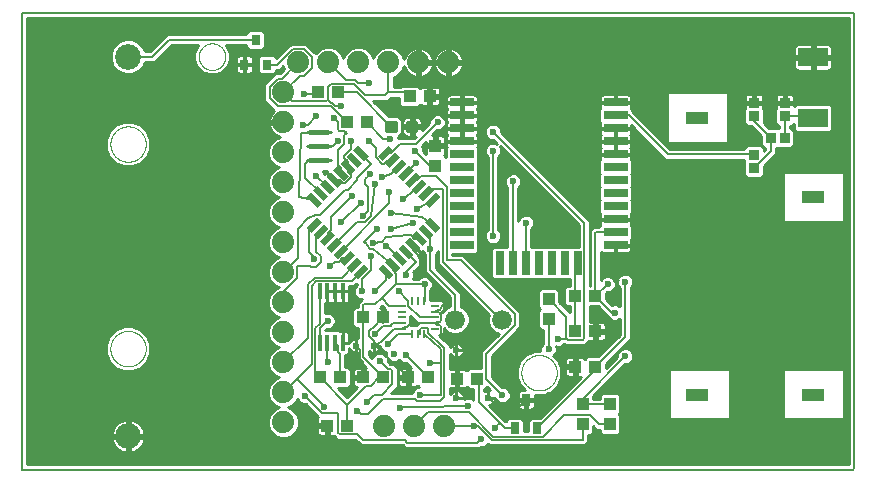
<source format=gtl>
G75*
%MOIN*%
%OFA0B0*%
%FSLAX25Y25*%
%IPPOS*%
%LPD*%
%AMOC8*
5,1,8,0,0,1.08239X$1,22.5*
%
%ADD10C,0.00600*%
%ADD11C,0.00000*%
%ADD12R,0.04331X0.03937*%
%ADD13C,0.01181*%
%ADD14C,0.07400*%
%ADD15R,0.03937X0.04331*%
%ADD16R,0.05000X0.02200*%
%ADD17R,0.02200X0.05000*%
%ADD18R,0.02756X0.01102*%
%ADD19R,0.01102X0.02756*%
%ADD20C,0.01772*%
%ADD21C,0.01000*%
%ADD22R,0.07874X0.02756*%
%ADD23R,0.02756X0.07874*%
%ADD24R,0.03346X0.03543*%
%ADD25R,0.03543X0.03346*%
%ADD26C,0.06600*%
%ADD27R,0.03150X0.03937*%
%ADD28R,0.07677X0.03937*%
%ADD29R,0.09843X0.06299*%
%ADD30C,0.08600*%
%ADD31R,0.03150X0.03543*%
%ADD32R,0.01600X0.05400*%
%ADD33C,0.02362*%
D10*
X0001500Y0001500D02*
X0001500Y0153862D01*
X0279059Y0153862D01*
X0279059Y0001894D01*
X0278665Y0001500D01*
X0001894Y0001500D01*
X0088705Y0027209D02*
X0093272Y0031776D01*
X0102287Y0022760D01*
X0102287Y0022366D01*
X0100314Y0021583D02*
X0100314Y0021549D01*
X0101470Y0020393D01*
X0107007Y0020393D01*
X0107007Y0013770D01*
X0107471Y0013306D01*
X0113316Y0013306D01*
X0115280Y0011343D01*
X0129193Y0011343D01*
X0130053Y0010483D01*
X0153396Y0010483D01*
X0154650Y0011736D01*
X0158174Y0011427D02*
X0188508Y0011427D01*
X0188508Y0016657D01*
X0190804Y0019615D02*
X0182349Y0019615D01*
X0175253Y0012519D01*
X0158626Y0012519D01*
X0150586Y0020559D01*
X0136858Y0020559D01*
X0132366Y0016067D01*
X0127484Y0021972D02*
X0127878Y0022366D01*
X0133783Y0022366D01*
X0150319Y0022760D01*
X0153862Y0023941D02*
X0153862Y0031224D01*
X0153272Y0031815D01*
X0156337Y0031702D02*
X0156337Y0040161D01*
X0165936Y0049760D01*
X0165936Y0053240D01*
X0147888Y0071288D01*
X0143251Y0071288D01*
X0143251Y0095698D01*
X0139685Y0099264D01*
X0134613Y0099264D01*
X0133394Y0098045D01*
X0131768Y0098045D01*
X0129541Y0100272D02*
X0129541Y0100407D01*
X0132996Y0103862D01*
X0132602Y0107799D02*
X0137602Y0102799D01*
X0139335Y0102799D01*
X0137832Y0095201D02*
X0136223Y0093591D01*
X0137832Y0095201D02*
X0142051Y0095201D01*
X0142051Y0070791D01*
X0161343Y0051500D01*
X0161736Y0051500D01*
X0145988Y0051500D02*
X0145988Y0059768D01*
X0137720Y0068035D01*
X0137720Y0075122D01*
X0137720Y0079328D01*
X0136223Y0080826D01*
X0138450Y0083053D02*
X0134965Y0085752D01*
X0124728Y0086933D01*
X0123941Y0090218D02*
X0107868Y0074145D01*
X0105641Y0076372D02*
X0113303Y0084034D01*
X0115977Y0084034D01*
X0118035Y0086092D01*
X0119217Y0096776D01*
X0116943Y0095865D02*
X0116943Y0087791D01*
X0115160Y0086007D01*
X0114492Y0090476D02*
X0107799Y0084177D01*
X0104632Y0085735D02*
X0104632Y0081443D01*
X0103414Y0080225D01*
X0103414Y0078599D01*
X0101187Y0080826D02*
X0099734Y0079373D01*
X0099734Y0073968D01*
X0101133Y0072568D01*
X0101133Y0070589D01*
X0099734Y0069190D01*
X0097755Y0069190D01*
X0097426Y0069518D01*
X0093305Y0069518D01*
X0093305Y0065303D01*
X0088705Y0060703D01*
X0088705Y0057209D01*
X0097035Y0063276D02*
X0097035Y0045539D01*
X0088705Y0037209D01*
X0093272Y0031776D02*
X0098127Y0036631D01*
X0098127Y0062823D01*
X0099683Y0064380D01*
X0111465Y0064380D01*
X0114549Y0067464D01*
X0112322Y0069691D02*
X0108103Y0065472D01*
X0099231Y0065472D01*
X0097035Y0063276D01*
X0100811Y0060887D02*
X0100811Y0050135D01*
X0099219Y0048542D01*
X0099219Y0033899D01*
X0100909Y0032209D01*
X0109965Y0023154D01*
X0116259Y0029448D01*
X0117852Y0029448D01*
X0120612Y0032209D01*
X0122051Y0032209D01*
X0115358Y0038902D01*
X0115358Y0052209D01*
X0115358Y0056303D01*
X0115673Y0056618D01*
X0119399Y0056618D01*
X0121473Y0058692D01*
X0124020Y0056146D01*
X0128193Y0056146D01*
X0130393Y0056014D02*
X0130393Y0057646D01*
X0127091Y0060949D01*
X0126303Y0063311D02*
X0126198Y0063417D01*
X0121473Y0058692D01*
X0119217Y0060949D02*
X0122860Y0064592D01*
X0122860Y0067464D01*
X0125087Y0067912D02*
X0126198Y0066802D01*
X0126198Y0063417D01*
X0126303Y0063311D02*
X0135752Y0063311D01*
X0135752Y0057799D01*
X0135673Y0057720D01*
X0139217Y0054177D02*
X0139842Y0054802D01*
X0139842Y0054633D01*
X0141387Y0053088D01*
X0141387Y0051329D01*
X0140923Y0050865D01*
X0139842Y0050865D01*
X0139217Y0050240D01*
X0131242Y0050240D01*
X0129899Y0048897D01*
X0128818Y0048897D01*
X0128193Y0048272D01*
X0125472Y0048272D01*
X0122396Y0045196D01*
X0122086Y0045196D01*
X0119728Y0042839D01*
X0130358Y0032209D01*
X0125009Y0034505D02*
X0124545Y0034969D01*
X0123543Y0034969D01*
X0120791Y0037720D01*
X0125009Y0034505D02*
X0125009Y0029912D01*
X0121609Y0026512D01*
X0119032Y0026512D01*
X0116461Y0023941D01*
X0113311Y0021185D02*
X0114492Y0020004D01*
X0116854Y0020004D01*
X0121972Y0025122D01*
X0132568Y0025122D01*
X0133360Y0024330D01*
X0140835Y0024330D01*
X0142356Y0025851D01*
X0142356Y0041238D01*
X0142378Y0041262D01*
X0142356Y0041686D01*
X0142356Y0042110D01*
X0142333Y0042133D01*
X0142331Y0042166D01*
X0142016Y0042450D01*
X0141716Y0042750D01*
X0137017Y0046986D01*
X0137017Y0048403D01*
X0136553Y0048867D01*
X0134794Y0048867D01*
X0134330Y0048403D01*
X0134330Y0046697D01*
X0133705Y0046697D01*
X0135673Y0046697D02*
X0141264Y0041657D01*
X0141264Y0036933D01*
X0137720Y0036933D01*
X0141264Y0036933D02*
X0141264Y0026303D01*
X0134177Y0026303D01*
X0136933Y0032209D02*
X0129453Y0039689D01*
X0123547Y0043232D02*
X0127012Y0046697D01*
X0131736Y0046697D01*
X0128193Y0050240D02*
X0125337Y0050240D01*
X0124678Y0049582D01*
X0124437Y0049340D01*
X0121781Y0049340D01*
X0119217Y0046776D01*
X0118591Y0048749D02*
X0118399Y0048749D01*
X0117243Y0047593D01*
X0117243Y0045958D01*
X0118823Y0044379D01*
X0118823Y0042839D01*
X0119606Y0043621D01*
X0119728Y0042839D02*
X0118823Y0042839D01*
X0114266Y0041490D02*
X0114266Y0038449D01*
X0115358Y0037357D01*
X0115358Y0032209D01*
X0107602Y0032209D02*
X0107602Y0039953D01*
X0106896Y0040659D01*
X0106896Y0042720D01*
X0105929Y0043687D01*
X0103370Y0043687D02*
X0103370Y0037425D01*
X0103469Y0037327D01*
X0100811Y0043687D02*
X0100811Y0048590D01*
X0103327Y0051106D01*
X0103469Y0051106D01*
X0112917Y0042839D02*
X0114266Y0041490D01*
X0118591Y0048749D02*
X0122051Y0052209D01*
X0122051Y0050432D01*
X0130393Y0056014D02*
X0134199Y0052209D01*
X0139217Y0052209D01*
X0139217Y0050240D02*
X0139842Y0049615D01*
X0140923Y0049615D01*
X0141387Y0049151D01*
X0141387Y0046259D01*
X0146382Y0041264D01*
X0146579Y0031815D02*
X0146382Y0031618D01*
X0146382Y0025516D01*
X0153862Y0023941D02*
X0160752Y0017051D01*
X0159374Y0015673D01*
X0159374Y0015280D01*
X0160752Y0017051D02*
X0162524Y0015280D01*
X0165870Y0015280D01*
X0173350Y0015280D02*
X0192642Y0034571D01*
X0192642Y0035752D01*
X0202681Y0045791D01*
X0202681Y0064098D01*
X0196776Y0063311D02*
X0192642Y0059374D01*
X0198154Y0053862D01*
X0199138Y0053862D01*
X0192642Y0059374D02*
X0192642Y0080437D01*
X0192839Y0080634D01*
X0199413Y0080634D01*
X0188985Y0083700D02*
X0158587Y0114098D01*
X0158587Y0107799D02*
X0158587Y0079453D01*
X0169492Y0083665D02*
X0169610Y0083783D01*
X0169492Y0083665D02*
X0169492Y0070398D01*
X0165161Y0070398D02*
X0165161Y0097445D01*
X0165280Y0097563D01*
X0188985Y0083700D02*
X0188985Y0045345D01*
X0188442Y0044802D01*
X0183455Y0044802D01*
X0182991Y0045266D01*
X0182926Y0045201D01*
X0180240Y0045201D01*
X0182991Y0045266D02*
X0182991Y0052489D01*
X0177091Y0058390D01*
X0185949Y0059374D02*
X0185949Y0047563D01*
X0177091Y0051697D02*
X0177091Y0041657D01*
X0161736Y0026303D02*
X0156337Y0031702D01*
X0157012Y0025516D02*
X0157406Y0025516D01*
X0162130Y0020791D01*
X0165673Y0020791D01*
X0169610Y0024728D01*
X0158174Y0011427D02*
X0153533Y0016067D01*
X0152287Y0016067D01*
X0142366Y0016067D01*
X0137051Y0032209D02*
X0136933Y0032209D01*
X0109965Y0023154D02*
X0109965Y0016067D01*
X0100314Y0021583D02*
X0095988Y0025909D01*
X0139842Y0054802D02*
X0140923Y0054802D01*
X0141387Y0055266D01*
X0141387Y0055560D01*
X0144020Y0058193D01*
X0134088Y0068124D01*
X0134088Y0072274D01*
X0131768Y0074594D01*
X0131768Y0076372D01*
X0132374Y0078442D02*
X0133995Y0078599D01*
X0132374Y0078442D02*
X0131107Y0079710D01*
X0130450Y0079710D01*
X0123053Y0078993D01*
X0121442Y0077383D01*
X0118429Y0077091D01*
X0118532Y0075117D02*
X0117612Y0075117D01*
X0116456Y0076273D01*
X0116456Y0076836D01*
X0115673Y0077484D01*
X0120004Y0081815D01*
X0124728Y0081815D02*
X0131815Y0083783D01*
X0133390Y0088508D02*
X0138450Y0091364D01*
X0133995Y0095818D02*
X0128665Y0091657D01*
X0123941Y0090218D02*
X0123941Y0094020D01*
X0121579Y0099138D02*
X0124740Y0099925D01*
X0127314Y0102499D01*
X0125087Y0104727D02*
X0123461Y0104727D01*
X0122243Y0103508D01*
X0121497Y0103508D01*
X0119414Y0105591D01*
X0119414Y0108782D01*
X0117248Y0110949D01*
X0114549Y0106954D02*
X0118035Y0103469D01*
X0118035Y0103469D01*
X0113390Y0098823D01*
X0113390Y0098049D01*
X0110091Y0094750D01*
X0109317Y0094750D01*
X0101066Y0086499D01*
X0099577Y0086499D01*
X0096776Y0085358D01*
X0093626Y0081815D01*
X0093626Y0071972D01*
X0088705Y0067209D01*
X0097169Y0073941D02*
X0097169Y0081263D01*
X0098960Y0083053D01*
X0104632Y0085735D02*
X0111736Y0092839D01*
X0109186Y0096935D02*
X0111206Y0098954D01*
X0111206Y0099610D01*
X0110095Y0100721D01*
X0110095Y0102499D01*
X0110095Y0104278D01*
X0108985Y0105388D01*
X0108985Y0106045D01*
X0111343Y0108402D01*
X0111343Y0110949D01*
X0108985Y0110131D02*
X0108985Y0112922D01*
X0109768Y0113705D01*
X0109024Y0114448D01*
X0107353Y0114448D01*
X0106889Y0114912D01*
X0106889Y0117371D01*
X0105437Y0118823D01*
X0104446Y0122609D02*
X0086799Y0122609D01*
X0084105Y0125303D01*
X0084105Y0129114D01*
X0086799Y0131809D01*
X0088305Y0131809D01*
X0093705Y0137209D01*
X0094213Y0132717D02*
X0088705Y0127209D01*
X0091573Y0124340D01*
X0102896Y0124340D01*
X0103424Y0124867D01*
X0104590Y0123701D01*
X0104899Y0123701D01*
X0105840Y0122760D01*
X0107799Y0122760D01*
X0104446Y0122609D02*
X0109846Y0117209D01*
X0116539Y0117209D02*
X0122012Y0111736D01*
X0124335Y0111736D01*
X0127720Y0110188D02*
X0133023Y0110188D01*
X0140083Y0117248D01*
X0127720Y0110188D02*
X0124486Y0106954D01*
X0122860Y0106954D01*
X0117642Y0099925D02*
X0117642Y0099566D01*
X0116062Y0098380D01*
X0116062Y0096746D01*
X0116943Y0095865D01*
X0109186Y0096935D02*
X0108530Y0096935D01*
X0107419Y0098045D01*
X0105641Y0098045D01*
X0107868Y0100272D02*
X0107868Y0102051D01*
X0106758Y0103161D01*
X0106758Y0107904D01*
X0108985Y0110131D01*
X0107012Y0110949D02*
X0105358Y0109295D01*
X0100476Y0109295D01*
X0100476Y0104571D02*
X0097091Y0104571D01*
X0095988Y0103469D01*
X0095988Y0098790D01*
X0101187Y0093591D01*
X0103414Y0095818D02*
X0099531Y0099531D01*
X0098960Y0091364D02*
X0094020Y0092445D01*
X0094413Y0113705D01*
X0100476Y0114020D01*
X0096776Y0116461D02*
X0099531Y0119217D01*
X0096776Y0116461D02*
X0095201Y0116461D01*
X0103424Y0124867D02*
X0103424Y0128988D01*
X0104513Y0130077D01*
X0112112Y0130077D01*
X0115886Y0126303D01*
X0122681Y0126303D01*
X0123705Y0127327D01*
X0129413Y0127327D01*
X0130831Y0125909D01*
X0123705Y0127327D02*
X0123705Y0137209D01*
X0117248Y0130240D02*
X0113646Y0130240D01*
X0112609Y0131277D01*
X0109636Y0131277D01*
X0103705Y0137209D01*
X0098197Y0139069D02*
X0098197Y0135348D01*
X0095565Y0132717D01*
X0094213Y0132717D01*
X0099846Y0126697D02*
X0100358Y0127209D01*
X0099846Y0126697D02*
X0095594Y0126697D01*
X0107051Y0127209D02*
X0113283Y0127209D01*
X0124701Y0115791D01*
X0098197Y0139069D02*
X0095565Y0141701D01*
X0091844Y0141701D01*
X0086683Y0136539D01*
X0083193Y0136539D01*
X0079453Y0144807D02*
X0050713Y0144807D01*
X0045063Y0139157D01*
X0036933Y0139157D01*
X0122760Y0075909D02*
X0123323Y0075909D01*
X0127314Y0071918D01*
X0125087Y0069691D02*
X0118532Y0075117D01*
X0118035Y0072760D02*
X0117887Y0072612D01*
X0117887Y0068126D01*
X0114886Y0065124D01*
X0114886Y0060949D01*
X0125087Y0067912D02*
X0125087Y0069691D01*
X0129453Y0067248D02*
X0129453Y0066461D01*
X0129453Y0067248D02*
X0132996Y0070791D01*
X0132895Y0070791D01*
X0129541Y0074145D01*
X0110095Y0071918D02*
X0108317Y0071918D01*
X0107206Y0070807D01*
X0105847Y0070807D01*
X0104256Y0069217D01*
X0098744Y0071579D02*
X0098744Y0072366D01*
X0097169Y0073941D01*
X0185949Y0069531D02*
X0185949Y0059374D01*
X0185949Y0069531D02*
X0186815Y0070398D01*
X0202681Y0039295D02*
X0188508Y0025122D01*
X0188508Y0023350D01*
X0197563Y0023350D01*
X0193762Y0016657D02*
X0190804Y0019615D01*
X0193762Y0016657D02*
X0197563Y0016657D01*
X0245594Y0101972D02*
X0251185Y0107563D01*
X0251185Y0112130D01*
X0245594Y0117720D01*
X0245594Y0119295D01*
X0255831Y0119295D02*
X0255831Y0112209D01*
X0255752Y0112130D01*
X0262602Y0119295D02*
X0264177Y0117720D01*
X0265280Y0118823D01*
X0264571Y0118114D01*
X0262602Y0119295D02*
X0255831Y0119295D01*
X0245516Y0106618D02*
X0245594Y0106539D01*
X0245516Y0106618D02*
X0216854Y0106618D01*
X0203862Y0119610D01*
X0199413Y0119610D01*
D11*
X0060496Y0139157D02*
X0060498Y0139289D01*
X0060504Y0139422D01*
X0060514Y0139554D01*
X0060528Y0139686D01*
X0060545Y0139817D01*
X0060567Y0139948D01*
X0060593Y0140078D01*
X0060622Y0140207D01*
X0060656Y0140335D01*
X0060693Y0140462D01*
X0060734Y0140588D01*
X0060778Y0140713D01*
X0060827Y0140837D01*
X0060879Y0140958D01*
X0060935Y0141079D01*
X0060994Y0141197D01*
X0061057Y0141314D01*
X0061123Y0141429D01*
X0061193Y0141541D01*
X0061266Y0141652D01*
X0061342Y0141760D01*
X0061421Y0141866D01*
X0061504Y0141970D01*
X0061590Y0142071D01*
X0061678Y0142169D01*
X0061770Y0142265D01*
X0061864Y0142358D01*
X0061961Y0142448D01*
X0062061Y0142536D01*
X0062164Y0142620D01*
X0062268Y0142701D01*
X0062376Y0142779D01*
X0062485Y0142853D01*
X0062597Y0142925D01*
X0062711Y0142993D01*
X0062826Y0143057D01*
X0062944Y0143118D01*
X0063063Y0143176D01*
X0063184Y0143230D01*
X0063307Y0143280D01*
X0063431Y0143326D01*
X0063556Y0143369D01*
X0063683Y0143408D01*
X0063811Y0143444D01*
X0063939Y0143475D01*
X0064069Y0143503D01*
X0064199Y0143526D01*
X0064330Y0143546D01*
X0064462Y0143562D01*
X0064594Y0143574D01*
X0064726Y0143582D01*
X0064859Y0143586D01*
X0064991Y0143586D01*
X0065124Y0143582D01*
X0065256Y0143574D01*
X0065388Y0143562D01*
X0065520Y0143546D01*
X0065651Y0143526D01*
X0065781Y0143503D01*
X0065911Y0143475D01*
X0066039Y0143444D01*
X0066167Y0143408D01*
X0066294Y0143369D01*
X0066419Y0143326D01*
X0066543Y0143280D01*
X0066666Y0143230D01*
X0066787Y0143176D01*
X0066906Y0143118D01*
X0067024Y0143057D01*
X0067140Y0142993D01*
X0067253Y0142925D01*
X0067365Y0142853D01*
X0067474Y0142779D01*
X0067582Y0142701D01*
X0067686Y0142620D01*
X0067789Y0142536D01*
X0067889Y0142448D01*
X0067986Y0142358D01*
X0068080Y0142265D01*
X0068172Y0142169D01*
X0068260Y0142071D01*
X0068346Y0141970D01*
X0068429Y0141866D01*
X0068508Y0141760D01*
X0068584Y0141652D01*
X0068657Y0141541D01*
X0068727Y0141429D01*
X0068793Y0141314D01*
X0068856Y0141197D01*
X0068915Y0141079D01*
X0068971Y0140958D01*
X0069023Y0140837D01*
X0069072Y0140713D01*
X0069116Y0140588D01*
X0069157Y0140462D01*
X0069194Y0140335D01*
X0069228Y0140207D01*
X0069257Y0140078D01*
X0069283Y0139948D01*
X0069305Y0139817D01*
X0069322Y0139686D01*
X0069336Y0139554D01*
X0069346Y0139422D01*
X0069352Y0139289D01*
X0069354Y0139157D01*
X0069352Y0139025D01*
X0069346Y0138892D01*
X0069336Y0138760D01*
X0069322Y0138628D01*
X0069305Y0138497D01*
X0069283Y0138366D01*
X0069257Y0138236D01*
X0069228Y0138107D01*
X0069194Y0137979D01*
X0069157Y0137852D01*
X0069116Y0137726D01*
X0069072Y0137601D01*
X0069023Y0137477D01*
X0068971Y0137356D01*
X0068915Y0137235D01*
X0068856Y0137117D01*
X0068793Y0137000D01*
X0068727Y0136885D01*
X0068657Y0136773D01*
X0068584Y0136662D01*
X0068508Y0136554D01*
X0068429Y0136448D01*
X0068346Y0136344D01*
X0068260Y0136243D01*
X0068172Y0136145D01*
X0068080Y0136049D01*
X0067986Y0135956D01*
X0067889Y0135866D01*
X0067789Y0135778D01*
X0067686Y0135694D01*
X0067582Y0135613D01*
X0067474Y0135535D01*
X0067365Y0135461D01*
X0067253Y0135389D01*
X0067139Y0135321D01*
X0067024Y0135257D01*
X0066906Y0135196D01*
X0066787Y0135138D01*
X0066666Y0135084D01*
X0066543Y0135034D01*
X0066419Y0134988D01*
X0066294Y0134945D01*
X0066167Y0134906D01*
X0066039Y0134870D01*
X0065911Y0134839D01*
X0065781Y0134811D01*
X0065651Y0134788D01*
X0065520Y0134768D01*
X0065388Y0134752D01*
X0065256Y0134740D01*
X0065124Y0134732D01*
X0064991Y0134728D01*
X0064859Y0134728D01*
X0064726Y0134732D01*
X0064594Y0134740D01*
X0064462Y0134752D01*
X0064330Y0134768D01*
X0064199Y0134788D01*
X0064069Y0134811D01*
X0063939Y0134839D01*
X0063811Y0134870D01*
X0063683Y0134906D01*
X0063556Y0134945D01*
X0063431Y0134988D01*
X0063307Y0135034D01*
X0063184Y0135084D01*
X0063063Y0135138D01*
X0062944Y0135196D01*
X0062826Y0135257D01*
X0062710Y0135321D01*
X0062597Y0135389D01*
X0062485Y0135461D01*
X0062376Y0135535D01*
X0062268Y0135613D01*
X0062164Y0135694D01*
X0062061Y0135778D01*
X0061961Y0135866D01*
X0061864Y0135956D01*
X0061770Y0136049D01*
X0061678Y0136145D01*
X0061590Y0136243D01*
X0061504Y0136344D01*
X0061421Y0136448D01*
X0061342Y0136554D01*
X0061266Y0136662D01*
X0061193Y0136773D01*
X0061123Y0136885D01*
X0061057Y0137000D01*
X0060994Y0137117D01*
X0060935Y0137235D01*
X0060879Y0137356D01*
X0060827Y0137477D01*
X0060778Y0137601D01*
X0060734Y0137726D01*
X0060693Y0137852D01*
X0060656Y0137979D01*
X0060622Y0138107D01*
X0060593Y0138236D01*
X0060567Y0138366D01*
X0060545Y0138497D01*
X0060528Y0138628D01*
X0060514Y0138760D01*
X0060504Y0138892D01*
X0060498Y0139025D01*
X0060496Y0139157D01*
X0031027Y0110004D02*
X0031029Y0110157D01*
X0031035Y0110311D01*
X0031045Y0110464D01*
X0031059Y0110616D01*
X0031077Y0110769D01*
X0031099Y0110920D01*
X0031124Y0111071D01*
X0031154Y0111222D01*
X0031188Y0111372D01*
X0031225Y0111520D01*
X0031266Y0111668D01*
X0031311Y0111814D01*
X0031360Y0111960D01*
X0031413Y0112104D01*
X0031469Y0112246D01*
X0031529Y0112387D01*
X0031593Y0112527D01*
X0031660Y0112665D01*
X0031731Y0112801D01*
X0031806Y0112935D01*
X0031883Y0113067D01*
X0031965Y0113197D01*
X0032049Y0113325D01*
X0032137Y0113451D01*
X0032228Y0113574D01*
X0032322Y0113695D01*
X0032420Y0113813D01*
X0032520Y0113929D01*
X0032624Y0114042D01*
X0032730Y0114153D01*
X0032839Y0114261D01*
X0032951Y0114366D01*
X0033065Y0114467D01*
X0033183Y0114566D01*
X0033302Y0114662D01*
X0033424Y0114755D01*
X0033549Y0114844D01*
X0033676Y0114931D01*
X0033805Y0115013D01*
X0033936Y0115093D01*
X0034069Y0115169D01*
X0034204Y0115242D01*
X0034341Y0115311D01*
X0034480Y0115376D01*
X0034620Y0115438D01*
X0034762Y0115496D01*
X0034905Y0115551D01*
X0035050Y0115602D01*
X0035196Y0115649D01*
X0035343Y0115692D01*
X0035491Y0115731D01*
X0035640Y0115767D01*
X0035790Y0115798D01*
X0035941Y0115826D01*
X0036092Y0115850D01*
X0036245Y0115870D01*
X0036397Y0115886D01*
X0036550Y0115898D01*
X0036703Y0115906D01*
X0036856Y0115910D01*
X0037010Y0115910D01*
X0037163Y0115906D01*
X0037316Y0115898D01*
X0037469Y0115886D01*
X0037621Y0115870D01*
X0037774Y0115850D01*
X0037925Y0115826D01*
X0038076Y0115798D01*
X0038226Y0115767D01*
X0038375Y0115731D01*
X0038523Y0115692D01*
X0038670Y0115649D01*
X0038816Y0115602D01*
X0038961Y0115551D01*
X0039104Y0115496D01*
X0039246Y0115438D01*
X0039386Y0115376D01*
X0039525Y0115311D01*
X0039662Y0115242D01*
X0039797Y0115169D01*
X0039930Y0115093D01*
X0040061Y0115013D01*
X0040190Y0114931D01*
X0040317Y0114844D01*
X0040442Y0114755D01*
X0040564Y0114662D01*
X0040683Y0114566D01*
X0040801Y0114467D01*
X0040915Y0114366D01*
X0041027Y0114261D01*
X0041136Y0114153D01*
X0041242Y0114042D01*
X0041346Y0113929D01*
X0041446Y0113813D01*
X0041544Y0113695D01*
X0041638Y0113574D01*
X0041729Y0113451D01*
X0041817Y0113325D01*
X0041901Y0113197D01*
X0041983Y0113067D01*
X0042060Y0112935D01*
X0042135Y0112801D01*
X0042206Y0112665D01*
X0042273Y0112527D01*
X0042337Y0112387D01*
X0042397Y0112246D01*
X0042453Y0112104D01*
X0042506Y0111960D01*
X0042555Y0111814D01*
X0042600Y0111668D01*
X0042641Y0111520D01*
X0042678Y0111372D01*
X0042712Y0111222D01*
X0042742Y0111071D01*
X0042767Y0110920D01*
X0042789Y0110769D01*
X0042807Y0110616D01*
X0042821Y0110464D01*
X0042831Y0110311D01*
X0042837Y0110157D01*
X0042839Y0110004D01*
X0042837Y0109851D01*
X0042831Y0109697D01*
X0042821Y0109544D01*
X0042807Y0109392D01*
X0042789Y0109239D01*
X0042767Y0109088D01*
X0042742Y0108937D01*
X0042712Y0108786D01*
X0042678Y0108636D01*
X0042641Y0108488D01*
X0042600Y0108340D01*
X0042555Y0108194D01*
X0042506Y0108048D01*
X0042453Y0107904D01*
X0042397Y0107762D01*
X0042337Y0107621D01*
X0042273Y0107481D01*
X0042206Y0107343D01*
X0042135Y0107207D01*
X0042060Y0107073D01*
X0041983Y0106941D01*
X0041901Y0106811D01*
X0041817Y0106683D01*
X0041729Y0106557D01*
X0041638Y0106434D01*
X0041544Y0106313D01*
X0041446Y0106195D01*
X0041346Y0106079D01*
X0041242Y0105966D01*
X0041136Y0105855D01*
X0041027Y0105747D01*
X0040915Y0105642D01*
X0040801Y0105541D01*
X0040683Y0105442D01*
X0040564Y0105346D01*
X0040442Y0105253D01*
X0040317Y0105164D01*
X0040190Y0105077D01*
X0040061Y0104995D01*
X0039930Y0104915D01*
X0039797Y0104839D01*
X0039662Y0104766D01*
X0039525Y0104697D01*
X0039386Y0104632D01*
X0039246Y0104570D01*
X0039104Y0104512D01*
X0038961Y0104457D01*
X0038816Y0104406D01*
X0038670Y0104359D01*
X0038523Y0104316D01*
X0038375Y0104277D01*
X0038226Y0104241D01*
X0038076Y0104210D01*
X0037925Y0104182D01*
X0037774Y0104158D01*
X0037621Y0104138D01*
X0037469Y0104122D01*
X0037316Y0104110D01*
X0037163Y0104102D01*
X0037010Y0104098D01*
X0036856Y0104098D01*
X0036703Y0104102D01*
X0036550Y0104110D01*
X0036397Y0104122D01*
X0036245Y0104138D01*
X0036092Y0104158D01*
X0035941Y0104182D01*
X0035790Y0104210D01*
X0035640Y0104241D01*
X0035491Y0104277D01*
X0035343Y0104316D01*
X0035196Y0104359D01*
X0035050Y0104406D01*
X0034905Y0104457D01*
X0034762Y0104512D01*
X0034620Y0104570D01*
X0034480Y0104632D01*
X0034341Y0104697D01*
X0034204Y0104766D01*
X0034069Y0104839D01*
X0033936Y0104915D01*
X0033805Y0104995D01*
X0033676Y0105077D01*
X0033549Y0105164D01*
X0033424Y0105253D01*
X0033302Y0105346D01*
X0033183Y0105442D01*
X0033065Y0105541D01*
X0032951Y0105642D01*
X0032839Y0105747D01*
X0032730Y0105855D01*
X0032624Y0105966D01*
X0032520Y0106079D01*
X0032420Y0106195D01*
X0032322Y0106313D01*
X0032228Y0106434D01*
X0032137Y0106557D01*
X0032049Y0106683D01*
X0031965Y0106811D01*
X0031883Y0106941D01*
X0031806Y0107073D01*
X0031731Y0107207D01*
X0031660Y0107343D01*
X0031593Y0107481D01*
X0031529Y0107621D01*
X0031469Y0107762D01*
X0031413Y0107904D01*
X0031360Y0108048D01*
X0031311Y0108194D01*
X0031266Y0108340D01*
X0031225Y0108488D01*
X0031188Y0108636D01*
X0031154Y0108786D01*
X0031124Y0108937D01*
X0031099Y0109088D01*
X0031077Y0109239D01*
X0031059Y0109392D01*
X0031045Y0109544D01*
X0031035Y0109697D01*
X0031029Y0109851D01*
X0031027Y0110004D01*
X0031027Y0041815D02*
X0031029Y0041968D01*
X0031035Y0042122D01*
X0031045Y0042275D01*
X0031059Y0042427D01*
X0031077Y0042580D01*
X0031099Y0042731D01*
X0031124Y0042882D01*
X0031154Y0043033D01*
X0031188Y0043183D01*
X0031225Y0043331D01*
X0031266Y0043479D01*
X0031311Y0043625D01*
X0031360Y0043771D01*
X0031413Y0043915D01*
X0031469Y0044057D01*
X0031529Y0044198D01*
X0031593Y0044338D01*
X0031660Y0044476D01*
X0031731Y0044612D01*
X0031806Y0044746D01*
X0031883Y0044878D01*
X0031965Y0045008D01*
X0032049Y0045136D01*
X0032137Y0045262D01*
X0032228Y0045385D01*
X0032322Y0045506D01*
X0032420Y0045624D01*
X0032520Y0045740D01*
X0032624Y0045853D01*
X0032730Y0045964D01*
X0032839Y0046072D01*
X0032951Y0046177D01*
X0033065Y0046278D01*
X0033183Y0046377D01*
X0033302Y0046473D01*
X0033424Y0046566D01*
X0033549Y0046655D01*
X0033676Y0046742D01*
X0033805Y0046824D01*
X0033936Y0046904D01*
X0034069Y0046980D01*
X0034204Y0047053D01*
X0034341Y0047122D01*
X0034480Y0047187D01*
X0034620Y0047249D01*
X0034762Y0047307D01*
X0034905Y0047362D01*
X0035050Y0047413D01*
X0035196Y0047460D01*
X0035343Y0047503D01*
X0035491Y0047542D01*
X0035640Y0047578D01*
X0035790Y0047609D01*
X0035941Y0047637D01*
X0036092Y0047661D01*
X0036245Y0047681D01*
X0036397Y0047697D01*
X0036550Y0047709D01*
X0036703Y0047717D01*
X0036856Y0047721D01*
X0037010Y0047721D01*
X0037163Y0047717D01*
X0037316Y0047709D01*
X0037469Y0047697D01*
X0037621Y0047681D01*
X0037774Y0047661D01*
X0037925Y0047637D01*
X0038076Y0047609D01*
X0038226Y0047578D01*
X0038375Y0047542D01*
X0038523Y0047503D01*
X0038670Y0047460D01*
X0038816Y0047413D01*
X0038961Y0047362D01*
X0039104Y0047307D01*
X0039246Y0047249D01*
X0039386Y0047187D01*
X0039525Y0047122D01*
X0039662Y0047053D01*
X0039797Y0046980D01*
X0039930Y0046904D01*
X0040061Y0046824D01*
X0040190Y0046742D01*
X0040317Y0046655D01*
X0040442Y0046566D01*
X0040564Y0046473D01*
X0040683Y0046377D01*
X0040801Y0046278D01*
X0040915Y0046177D01*
X0041027Y0046072D01*
X0041136Y0045964D01*
X0041242Y0045853D01*
X0041346Y0045740D01*
X0041446Y0045624D01*
X0041544Y0045506D01*
X0041638Y0045385D01*
X0041729Y0045262D01*
X0041817Y0045136D01*
X0041901Y0045008D01*
X0041983Y0044878D01*
X0042060Y0044746D01*
X0042135Y0044612D01*
X0042206Y0044476D01*
X0042273Y0044338D01*
X0042337Y0044198D01*
X0042397Y0044057D01*
X0042453Y0043915D01*
X0042506Y0043771D01*
X0042555Y0043625D01*
X0042600Y0043479D01*
X0042641Y0043331D01*
X0042678Y0043183D01*
X0042712Y0043033D01*
X0042742Y0042882D01*
X0042767Y0042731D01*
X0042789Y0042580D01*
X0042807Y0042427D01*
X0042821Y0042275D01*
X0042831Y0042122D01*
X0042837Y0041968D01*
X0042839Y0041815D01*
X0042837Y0041662D01*
X0042831Y0041508D01*
X0042821Y0041355D01*
X0042807Y0041203D01*
X0042789Y0041050D01*
X0042767Y0040899D01*
X0042742Y0040748D01*
X0042712Y0040597D01*
X0042678Y0040447D01*
X0042641Y0040299D01*
X0042600Y0040151D01*
X0042555Y0040005D01*
X0042506Y0039859D01*
X0042453Y0039715D01*
X0042397Y0039573D01*
X0042337Y0039432D01*
X0042273Y0039292D01*
X0042206Y0039154D01*
X0042135Y0039018D01*
X0042060Y0038884D01*
X0041983Y0038752D01*
X0041901Y0038622D01*
X0041817Y0038494D01*
X0041729Y0038368D01*
X0041638Y0038245D01*
X0041544Y0038124D01*
X0041446Y0038006D01*
X0041346Y0037890D01*
X0041242Y0037777D01*
X0041136Y0037666D01*
X0041027Y0037558D01*
X0040915Y0037453D01*
X0040801Y0037352D01*
X0040683Y0037253D01*
X0040564Y0037157D01*
X0040442Y0037064D01*
X0040317Y0036975D01*
X0040190Y0036888D01*
X0040061Y0036806D01*
X0039930Y0036726D01*
X0039797Y0036650D01*
X0039662Y0036577D01*
X0039525Y0036508D01*
X0039386Y0036443D01*
X0039246Y0036381D01*
X0039104Y0036323D01*
X0038961Y0036268D01*
X0038816Y0036217D01*
X0038670Y0036170D01*
X0038523Y0036127D01*
X0038375Y0036088D01*
X0038226Y0036052D01*
X0038076Y0036021D01*
X0037925Y0035993D01*
X0037774Y0035969D01*
X0037621Y0035949D01*
X0037469Y0035933D01*
X0037316Y0035921D01*
X0037163Y0035913D01*
X0037010Y0035909D01*
X0036856Y0035909D01*
X0036703Y0035913D01*
X0036550Y0035921D01*
X0036397Y0035933D01*
X0036245Y0035949D01*
X0036092Y0035969D01*
X0035941Y0035993D01*
X0035790Y0036021D01*
X0035640Y0036052D01*
X0035491Y0036088D01*
X0035343Y0036127D01*
X0035196Y0036170D01*
X0035050Y0036217D01*
X0034905Y0036268D01*
X0034762Y0036323D01*
X0034620Y0036381D01*
X0034480Y0036443D01*
X0034341Y0036508D01*
X0034204Y0036577D01*
X0034069Y0036650D01*
X0033936Y0036726D01*
X0033805Y0036806D01*
X0033676Y0036888D01*
X0033549Y0036975D01*
X0033424Y0037064D01*
X0033302Y0037157D01*
X0033183Y0037253D01*
X0033065Y0037352D01*
X0032951Y0037453D01*
X0032839Y0037558D01*
X0032730Y0037666D01*
X0032624Y0037777D01*
X0032520Y0037890D01*
X0032420Y0038006D01*
X0032322Y0038124D01*
X0032228Y0038245D01*
X0032137Y0038368D01*
X0032049Y0038494D01*
X0031965Y0038622D01*
X0031883Y0038752D01*
X0031806Y0038884D01*
X0031731Y0039018D01*
X0031660Y0039154D01*
X0031593Y0039292D01*
X0031529Y0039432D01*
X0031469Y0039573D01*
X0031413Y0039715D01*
X0031360Y0039859D01*
X0031311Y0040005D01*
X0031266Y0040151D01*
X0031225Y0040299D01*
X0031188Y0040447D01*
X0031154Y0040597D01*
X0031124Y0040748D01*
X0031099Y0040899D01*
X0031077Y0041050D01*
X0031059Y0041203D01*
X0031045Y0041355D01*
X0031035Y0041508D01*
X0031029Y0041662D01*
X0031027Y0041815D01*
X0168035Y0033783D02*
X0168037Y0033936D01*
X0168043Y0034090D01*
X0168053Y0034243D01*
X0168067Y0034395D01*
X0168085Y0034548D01*
X0168107Y0034699D01*
X0168132Y0034850D01*
X0168162Y0035001D01*
X0168196Y0035151D01*
X0168233Y0035299D01*
X0168274Y0035447D01*
X0168319Y0035593D01*
X0168368Y0035739D01*
X0168421Y0035883D01*
X0168477Y0036025D01*
X0168537Y0036166D01*
X0168601Y0036306D01*
X0168668Y0036444D01*
X0168739Y0036580D01*
X0168814Y0036714D01*
X0168891Y0036846D01*
X0168973Y0036976D01*
X0169057Y0037104D01*
X0169145Y0037230D01*
X0169236Y0037353D01*
X0169330Y0037474D01*
X0169428Y0037592D01*
X0169528Y0037708D01*
X0169632Y0037821D01*
X0169738Y0037932D01*
X0169847Y0038040D01*
X0169959Y0038145D01*
X0170073Y0038246D01*
X0170191Y0038345D01*
X0170310Y0038441D01*
X0170432Y0038534D01*
X0170557Y0038623D01*
X0170684Y0038710D01*
X0170813Y0038792D01*
X0170944Y0038872D01*
X0171077Y0038948D01*
X0171212Y0039021D01*
X0171349Y0039090D01*
X0171488Y0039155D01*
X0171628Y0039217D01*
X0171770Y0039275D01*
X0171913Y0039330D01*
X0172058Y0039381D01*
X0172204Y0039428D01*
X0172351Y0039471D01*
X0172499Y0039510D01*
X0172648Y0039546D01*
X0172798Y0039577D01*
X0172949Y0039605D01*
X0173100Y0039629D01*
X0173253Y0039649D01*
X0173405Y0039665D01*
X0173558Y0039677D01*
X0173711Y0039685D01*
X0173864Y0039689D01*
X0174018Y0039689D01*
X0174171Y0039685D01*
X0174324Y0039677D01*
X0174477Y0039665D01*
X0174629Y0039649D01*
X0174782Y0039629D01*
X0174933Y0039605D01*
X0175084Y0039577D01*
X0175234Y0039546D01*
X0175383Y0039510D01*
X0175531Y0039471D01*
X0175678Y0039428D01*
X0175824Y0039381D01*
X0175969Y0039330D01*
X0176112Y0039275D01*
X0176254Y0039217D01*
X0176394Y0039155D01*
X0176533Y0039090D01*
X0176670Y0039021D01*
X0176805Y0038948D01*
X0176938Y0038872D01*
X0177069Y0038792D01*
X0177198Y0038710D01*
X0177325Y0038623D01*
X0177450Y0038534D01*
X0177572Y0038441D01*
X0177691Y0038345D01*
X0177809Y0038246D01*
X0177923Y0038145D01*
X0178035Y0038040D01*
X0178144Y0037932D01*
X0178250Y0037821D01*
X0178354Y0037708D01*
X0178454Y0037592D01*
X0178552Y0037474D01*
X0178646Y0037353D01*
X0178737Y0037230D01*
X0178825Y0037104D01*
X0178909Y0036976D01*
X0178991Y0036846D01*
X0179068Y0036714D01*
X0179143Y0036580D01*
X0179214Y0036444D01*
X0179281Y0036306D01*
X0179345Y0036166D01*
X0179405Y0036025D01*
X0179461Y0035883D01*
X0179514Y0035739D01*
X0179563Y0035593D01*
X0179608Y0035447D01*
X0179649Y0035299D01*
X0179686Y0035151D01*
X0179720Y0035001D01*
X0179750Y0034850D01*
X0179775Y0034699D01*
X0179797Y0034548D01*
X0179815Y0034395D01*
X0179829Y0034243D01*
X0179839Y0034090D01*
X0179845Y0033936D01*
X0179847Y0033783D01*
X0179845Y0033630D01*
X0179839Y0033476D01*
X0179829Y0033323D01*
X0179815Y0033171D01*
X0179797Y0033018D01*
X0179775Y0032867D01*
X0179750Y0032716D01*
X0179720Y0032565D01*
X0179686Y0032415D01*
X0179649Y0032267D01*
X0179608Y0032119D01*
X0179563Y0031973D01*
X0179514Y0031827D01*
X0179461Y0031683D01*
X0179405Y0031541D01*
X0179345Y0031400D01*
X0179281Y0031260D01*
X0179214Y0031122D01*
X0179143Y0030986D01*
X0179068Y0030852D01*
X0178991Y0030720D01*
X0178909Y0030590D01*
X0178825Y0030462D01*
X0178737Y0030336D01*
X0178646Y0030213D01*
X0178552Y0030092D01*
X0178454Y0029974D01*
X0178354Y0029858D01*
X0178250Y0029745D01*
X0178144Y0029634D01*
X0178035Y0029526D01*
X0177923Y0029421D01*
X0177809Y0029320D01*
X0177691Y0029221D01*
X0177572Y0029125D01*
X0177450Y0029032D01*
X0177325Y0028943D01*
X0177198Y0028856D01*
X0177069Y0028774D01*
X0176938Y0028694D01*
X0176805Y0028618D01*
X0176670Y0028545D01*
X0176533Y0028476D01*
X0176394Y0028411D01*
X0176254Y0028349D01*
X0176112Y0028291D01*
X0175969Y0028236D01*
X0175824Y0028185D01*
X0175678Y0028138D01*
X0175531Y0028095D01*
X0175383Y0028056D01*
X0175234Y0028020D01*
X0175084Y0027989D01*
X0174933Y0027961D01*
X0174782Y0027937D01*
X0174629Y0027917D01*
X0174477Y0027901D01*
X0174324Y0027889D01*
X0174171Y0027881D01*
X0174018Y0027877D01*
X0173864Y0027877D01*
X0173711Y0027881D01*
X0173558Y0027889D01*
X0173405Y0027901D01*
X0173253Y0027917D01*
X0173100Y0027937D01*
X0172949Y0027961D01*
X0172798Y0027989D01*
X0172648Y0028020D01*
X0172499Y0028056D01*
X0172351Y0028095D01*
X0172204Y0028138D01*
X0172058Y0028185D01*
X0171913Y0028236D01*
X0171770Y0028291D01*
X0171628Y0028349D01*
X0171488Y0028411D01*
X0171349Y0028476D01*
X0171212Y0028545D01*
X0171077Y0028618D01*
X0170944Y0028694D01*
X0170813Y0028774D01*
X0170684Y0028856D01*
X0170557Y0028943D01*
X0170432Y0029032D01*
X0170310Y0029125D01*
X0170191Y0029221D01*
X0170073Y0029320D01*
X0169959Y0029421D01*
X0169847Y0029526D01*
X0169738Y0029634D01*
X0169632Y0029745D01*
X0169528Y0029858D01*
X0169428Y0029974D01*
X0169330Y0030092D01*
X0169236Y0030213D01*
X0169145Y0030336D01*
X0169057Y0030462D01*
X0168973Y0030590D01*
X0168891Y0030720D01*
X0168814Y0030852D01*
X0168739Y0030986D01*
X0168668Y0031122D01*
X0168601Y0031260D01*
X0168537Y0031400D01*
X0168477Y0031541D01*
X0168421Y0031683D01*
X0168368Y0031827D01*
X0168319Y0031973D01*
X0168274Y0032119D01*
X0168233Y0032267D01*
X0168196Y0032415D01*
X0168162Y0032565D01*
X0168132Y0032716D01*
X0168107Y0032867D01*
X0168085Y0033018D01*
X0168067Y0033171D01*
X0168053Y0033323D01*
X0168043Y0033476D01*
X0168037Y0033630D01*
X0168035Y0033783D01*
D12*
X0153272Y0031815D03*
X0146579Y0031815D03*
X0137051Y0032209D03*
X0130358Y0032209D03*
X0122051Y0032209D03*
X0115358Y0032209D03*
X0107602Y0032209D03*
X0100909Y0032209D03*
X0103272Y0016067D03*
X0109965Y0016067D03*
X0115358Y0052209D03*
X0122051Y0052209D03*
X0185949Y0047563D03*
X0192642Y0047563D03*
X0192642Y0059374D03*
X0185949Y0059374D03*
X0185949Y0035752D03*
X0192642Y0035752D03*
X0116539Y0117209D03*
X0109846Y0117209D03*
X0107051Y0127209D03*
X0100358Y0127209D03*
X0130831Y0125909D03*
X0137524Y0125909D03*
D13*
X0130228Y0117169D02*
X0130228Y0114413D01*
X0130228Y0117169D02*
X0132984Y0117169D01*
X0132984Y0114413D01*
X0130228Y0114413D01*
X0130228Y0115593D02*
X0132984Y0115593D01*
X0132984Y0116773D02*
X0130228Y0116773D01*
X0123323Y0117169D02*
X0123323Y0114413D01*
X0123323Y0117169D02*
X0126079Y0117169D01*
X0126079Y0114413D01*
X0123323Y0114413D01*
X0123323Y0115593D02*
X0126079Y0115593D01*
X0126079Y0116773D02*
X0123323Y0116773D01*
D14*
X0123705Y0137209D03*
X0133705Y0137209D03*
X0143705Y0137209D03*
X0113705Y0137209D03*
X0103705Y0137209D03*
X0093705Y0137209D03*
X0088705Y0127209D03*
X0088705Y0117209D03*
X0088705Y0107209D03*
X0088705Y0097209D03*
X0088705Y0087209D03*
X0088705Y0077209D03*
X0088705Y0067209D03*
X0088705Y0057209D03*
X0088705Y0047209D03*
X0088705Y0037209D03*
X0088705Y0027209D03*
X0088705Y0017209D03*
X0122366Y0016067D03*
X0132366Y0016067D03*
X0142366Y0016067D03*
D15*
X0188508Y0016657D03*
X0197563Y0016657D03*
X0197563Y0023350D03*
X0188508Y0023350D03*
X0177091Y0051697D03*
X0177091Y0058390D03*
X0139335Y0102799D03*
X0139335Y0109492D03*
D16*
G36*
X0115538Y0104409D02*
X0112004Y0107943D01*
X0113560Y0109499D01*
X0117094Y0105965D01*
X0115538Y0104409D01*
G37*
G36*
X0113311Y0102182D02*
X0109777Y0105716D01*
X0111333Y0107272D01*
X0114867Y0103738D01*
X0113311Y0102182D01*
G37*
G36*
X0111084Y0099954D02*
X0107550Y0103488D01*
X0109106Y0105044D01*
X0112640Y0101510D01*
X0111084Y0099954D01*
G37*
G36*
X0108857Y0097727D02*
X0105323Y0101261D01*
X0106879Y0102817D01*
X0110413Y0099283D01*
X0108857Y0097727D01*
G37*
G36*
X0106630Y0095500D02*
X0103096Y0099034D01*
X0104652Y0100590D01*
X0108186Y0097056D01*
X0106630Y0095500D01*
G37*
G36*
X0104403Y0093273D02*
X0100869Y0096807D01*
X0102425Y0098363D01*
X0105959Y0094829D01*
X0104403Y0093273D01*
G37*
G36*
X0102176Y0091046D02*
X0098642Y0094580D01*
X0100198Y0096136D01*
X0103732Y0092602D01*
X0102176Y0091046D01*
G37*
G36*
X0099949Y0088819D02*
X0096415Y0092353D01*
X0097971Y0093909D01*
X0101505Y0090375D01*
X0099949Y0088819D01*
G37*
G36*
X0128303Y0069373D02*
X0124769Y0072907D01*
X0126325Y0074463D01*
X0129859Y0070929D01*
X0128303Y0069373D01*
G37*
G36*
X0126076Y0067146D02*
X0122542Y0070680D01*
X0124098Y0072236D01*
X0127632Y0068702D01*
X0126076Y0067146D01*
G37*
G36*
X0123849Y0064919D02*
X0120315Y0068453D01*
X0121871Y0070009D01*
X0125405Y0066475D01*
X0123849Y0064919D01*
G37*
G36*
X0130530Y0071600D02*
X0126996Y0075134D01*
X0128552Y0076690D01*
X0132086Y0073156D01*
X0130530Y0071600D01*
G37*
G36*
X0132757Y0073827D02*
X0129223Y0077361D01*
X0130779Y0078917D01*
X0134313Y0075383D01*
X0132757Y0073827D01*
G37*
G36*
X0134984Y0076054D02*
X0131450Y0079588D01*
X0133006Y0081144D01*
X0136540Y0077610D01*
X0134984Y0076054D01*
G37*
G36*
X0137212Y0078281D02*
X0133678Y0081815D01*
X0135234Y0083371D01*
X0138768Y0079837D01*
X0137212Y0078281D01*
G37*
G36*
X0139439Y0080508D02*
X0135905Y0084042D01*
X0137461Y0085598D01*
X0140995Y0082064D01*
X0139439Y0080508D01*
G37*
D17*
G36*
X0137461Y0088819D02*
X0135905Y0090375D01*
X0139439Y0093909D01*
X0140995Y0092353D01*
X0137461Y0088819D01*
G37*
G36*
X0135234Y0091046D02*
X0133678Y0092602D01*
X0137212Y0096136D01*
X0138768Y0094580D01*
X0135234Y0091046D01*
G37*
G36*
X0133006Y0093273D02*
X0131450Y0094829D01*
X0134984Y0098363D01*
X0136540Y0096807D01*
X0133006Y0093273D01*
G37*
G36*
X0130779Y0095500D02*
X0129223Y0097056D01*
X0132757Y0100590D01*
X0134313Y0099034D01*
X0130779Y0095500D01*
G37*
G36*
X0128552Y0097727D02*
X0126996Y0099283D01*
X0130530Y0102817D01*
X0132086Y0101261D01*
X0128552Y0097727D01*
G37*
G36*
X0126325Y0099954D02*
X0124769Y0101510D01*
X0128303Y0105044D01*
X0129859Y0103488D01*
X0126325Y0099954D01*
G37*
G36*
X0124098Y0102182D02*
X0122542Y0103738D01*
X0126076Y0107272D01*
X0127632Y0105716D01*
X0124098Y0102182D01*
G37*
G36*
X0121871Y0104409D02*
X0120315Y0105965D01*
X0123849Y0109499D01*
X0125405Y0107943D01*
X0121871Y0104409D01*
G37*
G36*
X0097971Y0080508D02*
X0096415Y0082064D01*
X0099949Y0085598D01*
X0101505Y0084042D01*
X0097971Y0080508D01*
G37*
G36*
X0100198Y0078281D02*
X0098642Y0079837D01*
X0102176Y0083371D01*
X0103732Y0081815D01*
X0100198Y0078281D01*
G37*
G36*
X0102425Y0076054D02*
X0100869Y0077610D01*
X0104403Y0081144D01*
X0105959Y0079588D01*
X0102425Y0076054D01*
G37*
G36*
X0104652Y0073827D02*
X0103096Y0075383D01*
X0106630Y0078917D01*
X0108186Y0077361D01*
X0104652Y0073827D01*
G37*
G36*
X0106879Y0071600D02*
X0105323Y0073156D01*
X0108857Y0076690D01*
X0110413Y0075134D01*
X0106879Y0071600D01*
G37*
G36*
X0109106Y0069373D02*
X0107550Y0070929D01*
X0111084Y0074463D01*
X0112640Y0072907D01*
X0109106Y0069373D01*
G37*
G36*
X0111333Y0067146D02*
X0109777Y0068702D01*
X0113311Y0072236D01*
X0114867Y0070680D01*
X0111333Y0067146D01*
G37*
G36*
X0113560Y0064919D02*
X0112004Y0066475D01*
X0115538Y0070009D01*
X0117094Y0068453D01*
X0113560Y0064919D01*
G37*
D18*
X0128193Y0056146D03*
X0128193Y0054177D03*
X0128193Y0052209D03*
X0128193Y0050240D03*
X0128193Y0048272D03*
X0139217Y0048272D03*
X0139217Y0050240D03*
X0139217Y0052209D03*
X0139217Y0054177D03*
X0139217Y0056146D03*
D19*
X0135673Y0057720D03*
X0133705Y0057720D03*
X0131736Y0057720D03*
X0131736Y0046697D03*
X0133705Y0046697D03*
X0135673Y0046697D03*
D20*
X0103340Y0104571D02*
X0097612Y0104571D01*
X0097612Y0109295D02*
X0103340Y0109295D01*
X0103340Y0114020D02*
X0097612Y0114020D01*
D21*
X0096476Y0114020D02*
X0100476Y0114020D01*
X0104476Y0114020D01*
X0104476Y0109295D02*
X0100476Y0109295D01*
X0096476Y0109295D01*
X0096476Y0104571D02*
X0100476Y0104571D01*
X0104476Y0104571D01*
X0103335Y0101095D02*
X0101759Y0101095D01*
X0101804Y0101050D01*
X0102213Y0100065D01*
X0102213Y0099973D01*
X0102928Y0100688D01*
X0105570Y0098045D01*
X0105641Y0098116D01*
X0102998Y0100759D01*
X0103335Y0101095D01*
X0103015Y0100775D02*
X0101918Y0100775D01*
X0103839Y0099776D02*
X0103981Y0099776D01*
X0104838Y0098778D02*
X0104979Y0098778D01*
X0087188Y0102209D02*
X0085759Y0101617D01*
X0084296Y0100154D01*
X0083505Y0098243D01*
X0083505Y0096174D01*
X0084296Y0094263D01*
X0085759Y0092800D01*
X0087188Y0092209D01*
X0085759Y0091617D01*
X0084296Y0090154D01*
X0083505Y0088243D01*
X0083505Y0086174D01*
X0084296Y0084263D01*
X0085759Y0082800D01*
X0087188Y0082209D01*
X0085759Y0081617D01*
X0084296Y0080154D01*
X0083505Y0078243D01*
X0083505Y0076174D01*
X0084296Y0074263D01*
X0085759Y0072800D01*
X0087188Y0072209D01*
X0085759Y0071617D01*
X0084296Y0070154D01*
X0083505Y0068243D01*
X0083505Y0066174D01*
X0084296Y0064263D01*
X0085759Y0062800D01*
X0087188Y0062209D01*
X0085759Y0061617D01*
X0084296Y0060154D01*
X0083505Y0058243D01*
X0083505Y0056174D01*
X0084296Y0054263D01*
X0085759Y0052800D01*
X0087188Y0052209D01*
X0085759Y0051617D01*
X0084296Y0050154D01*
X0083505Y0048243D01*
X0083505Y0046174D01*
X0084296Y0044263D01*
X0085759Y0042800D01*
X0087188Y0042209D01*
X0085759Y0041617D01*
X0084296Y0040154D01*
X0083505Y0038243D01*
X0083505Y0036174D01*
X0084296Y0034263D01*
X0085759Y0032800D01*
X0087188Y0032209D01*
X0085759Y0031617D01*
X0084296Y0030154D01*
X0083505Y0028243D01*
X0083505Y0026174D01*
X0084296Y0024263D01*
X0085759Y0022800D01*
X0087188Y0022209D01*
X0085759Y0021617D01*
X0084296Y0020154D01*
X0083505Y0018243D01*
X0083505Y0016174D01*
X0084296Y0014263D01*
X0085759Y0012800D01*
X0087670Y0012009D01*
X0089739Y0012009D01*
X0091650Y0012800D01*
X0093113Y0014263D01*
X0093905Y0016174D01*
X0093905Y0018243D01*
X0093113Y0020154D01*
X0091650Y0021617D01*
X0090222Y0022209D01*
X0091650Y0022800D01*
X0093113Y0024263D01*
X0093441Y0025054D01*
X0093715Y0024391D01*
X0094469Y0023637D01*
X0095455Y0023228D01*
X0096124Y0023228D01*
X0098514Y0020838D01*
X0098514Y0020803D01*
X0099569Y0019749D01*
X0099670Y0019647D01*
X0100284Y0019034D01*
X0100076Y0018826D01*
X0099907Y0018532D01*
X0099819Y0018205D01*
X0099819Y0016551D01*
X0102787Y0016551D01*
X0102787Y0015583D01*
X0099819Y0015583D01*
X0099819Y0013929D01*
X0099907Y0013602D01*
X0100076Y0013308D01*
X0100316Y0013068D01*
X0100609Y0012899D01*
X0100937Y0012811D01*
X0102787Y0012811D01*
X0102787Y0015583D01*
X0103756Y0015583D01*
X0103756Y0012811D01*
X0105421Y0012811D01*
X0106261Y0011970D01*
X0106726Y0011506D01*
X0112570Y0011506D01*
X0113480Y0010597D01*
X0114534Y0009543D01*
X0128448Y0009543D01*
X0129307Y0008683D01*
X0154142Y0008683D01*
X0154514Y0009055D01*
X0155183Y0009055D01*
X0156168Y0009463D01*
X0156880Y0010175D01*
X0157428Y0009627D01*
X0189253Y0009627D01*
X0190308Y0010681D01*
X0190308Y0012992D01*
X0191098Y0012992D01*
X0191976Y0013871D01*
X0191976Y0015897D01*
X0193016Y0014857D01*
X0194094Y0014857D01*
X0194094Y0013871D01*
X0194973Y0012992D01*
X0200153Y0012992D01*
X0201031Y0013871D01*
X0201031Y0019444D01*
X0200472Y0020004D01*
X0201031Y0020564D01*
X0201031Y0026137D01*
X0200153Y0027016D01*
X0194973Y0027016D01*
X0194094Y0026137D01*
X0194094Y0025150D01*
X0191976Y0025150D01*
X0191976Y0026045D01*
X0202546Y0036614D01*
X0203214Y0036614D01*
X0204200Y0037022D01*
X0204954Y0037777D01*
X0205362Y0038762D01*
X0205362Y0039829D01*
X0204954Y0040814D01*
X0204200Y0041568D01*
X0203214Y0041976D01*
X0202148Y0041976D01*
X0201162Y0041568D01*
X0200408Y0040814D01*
X0200000Y0039829D01*
X0200000Y0039160D01*
X0196307Y0035467D01*
X0196307Y0036872D01*
X0204481Y0045046D01*
X0204481Y0062107D01*
X0204954Y0062580D01*
X0205362Y0063565D01*
X0205362Y0064632D01*
X0204954Y0065617D01*
X0204200Y0066371D01*
X0203214Y0066780D01*
X0202148Y0066780D01*
X0201162Y0066371D01*
X0200408Y0065617D01*
X0200000Y0064632D01*
X0200000Y0063565D01*
X0200408Y0062580D01*
X0200881Y0062107D01*
X0200881Y0055911D01*
X0200657Y0056135D01*
X0199671Y0056543D01*
X0198604Y0056543D01*
X0198190Y0056372D01*
X0196307Y0058254D01*
X0196307Y0060379D01*
X0196570Y0060630D01*
X0197309Y0060630D01*
X0198294Y0061038D01*
X0199049Y0061792D01*
X0199457Y0062778D01*
X0199457Y0063844D01*
X0199049Y0064830D01*
X0198294Y0065584D01*
X0197309Y0065992D01*
X0196242Y0065992D01*
X0195257Y0065584D01*
X0194503Y0064830D01*
X0194442Y0064683D01*
X0194442Y0074142D01*
X0194446Y0074135D01*
X0194686Y0073895D01*
X0194979Y0073726D01*
X0195307Y0073638D01*
X0199224Y0073638D01*
X0199224Y0076114D01*
X0199602Y0076114D01*
X0199602Y0073638D01*
X0203520Y0073638D01*
X0203847Y0073726D01*
X0204141Y0073895D01*
X0204381Y0074135D01*
X0204550Y0074428D01*
X0204638Y0074756D01*
X0204638Y0076114D01*
X0199602Y0076114D01*
X0199602Y0076492D01*
X0204638Y0076492D01*
X0204638Y0077851D01*
X0204550Y0078178D01*
X0204493Y0078277D01*
X0204850Y0078635D01*
X0204850Y0082633D01*
X0204493Y0082991D01*
X0204550Y0083090D01*
X0204638Y0083417D01*
X0204638Y0084776D01*
X0199602Y0084776D01*
X0199602Y0085154D01*
X0204638Y0085154D01*
X0204638Y0086512D01*
X0204550Y0086839D01*
X0204493Y0086938D01*
X0204850Y0087296D01*
X0204850Y0091295D01*
X0204684Y0091461D01*
X0204850Y0091627D01*
X0204850Y0095625D01*
X0204684Y0095791D01*
X0204850Y0095957D01*
X0204850Y0099956D01*
X0204684Y0100122D01*
X0204850Y0100288D01*
X0204850Y0104287D01*
X0204493Y0104644D01*
X0204550Y0104743D01*
X0204638Y0105071D01*
X0204638Y0106429D01*
X0199602Y0106429D01*
X0199602Y0106807D01*
X0199224Y0106807D01*
X0199224Y0106429D01*
X0194189Y0106429D01*
X0194189Y0105071D01*
X0194277Y0104743D01*
X0194334Y0104644D01*
X0193976Y0104287D01*
X0193976Y0100288D01*
X0194142Y0100122D01*
X0193976Y0099956D01*
X0193976Y0095957D01*
X0194142Y0095791D01*
X0193976Y0095625D01*
X0193976Y0091627D01*
X0194142Y0091461D01*
X0193976Y0091295D01*
X0193976Y0087296D01*
X0194334Y0086938D01*
X0194277Y0086839D01*
X0194189Y0086512D01*
X0194189Y0085154D01*
X0199224Y0085154D01*
X0199224Y0084776D01*
X0194189Y0084776D01*
X0194189Y0083417D01*
X0194277Y0083090D01*
X0194334Y0082991D01*
X0193976Y0082633D01*
X0193976Y0082434D01*
X0192093Y0082434D01*
X0191039Y0081379D01*
X0190842Y0081183D01*
X0190842Y0062843D01*
X0190785Y0062843D01*
X0190785Y0084446D01*
X0161268Y0113963D01*
X0161268Y0114632D01*
X0160860Y0115617D01*
X0160105Y0116371D01*
X0159120Y0116780D01*
X0158053Y0116780D01*
X0157068Y0116371D01*
X0156314Y0115617D01*
X0155906Y0114632D01*
X0155906Y0113565D01*
X0156314Y0112580D01*
X0157068Y0111825D01*
X0158053Y0111417D01*
X0158722Y0111417D01*
X0160040Y0110099D01*
X0159120Y0110480D01*
X0158053Y0110480D01*
X0157068Y0110072D01*
X0156314Y0109318D01*
X0155906Y0108333D01*
X0155906Y0107266D01*
X0156314Y0106280D01*
X0156787Y0105808D01*
X0156787Y0081444D01*
X0156314Y0080971D01*
X0155906Y0079986D01*
X0155906Y0078919D01*
X0156314Y0077934D01*
X0157068Y0077180D01*
X0158053Y0076772D01*
X0159120Y0076772D01*
X0160105Y0077180D01*
X0160860Y0077934D01*
X0161268Y0078919D01*
X0161268Y0079986D01*
X0160860Y0080971D01*
X0160387Y0081444D01*
X0160387Y0105808D01*
X0160860Y0106280D01*
X0161268Y0107266D01*
X0161268Y0108333D01*
X0160886Y0109253D01*
X0187185Y0082954D01*
X0187185Y0075835D01*
X0184816Y0075835D01*
X0184650Y0075669D01*
X0184484Y0075835D01*
X0180485Y0075835D01*
X0180319Y0075669D01*
X0180153Y0075835D01*
X0176154Y0075835D01*
X0175988Y0075669D01*
X0175822Y0075835D01*
X0171824Y0075835D01*
X0171657Y0075669D01*
X0171491Y0075835D01*
X0171292Y0075835D01*
X0171292Y0081674D01*
X0171883Y0082265D01*
X0172291Y0083250D01*
X0172291Y0084317D01*
X0171883Y0085302D01*
X0171129Y0086056D01*
X0170144Y0086465D01*
X0169077Y0086465D01*
X0168092Y0086056D01*
X0167337Y0085302D01*
X0166961Y0084395D01*
X0166961Y0095453D01*
X0167552Y0096044D01*
X0167961Y0097030D01*
X0167961Y0098096D01*
X0167552Y0099082D01*
X0166798Y0099836D01*
X0165813Y0100244D01*
X0164746Y0100244D01*
X0163761Y0099836D01*
X0163007Y0099082D01*
X0162598Y0098096D01*
X0162598Y0097030D01*
X0163007Y0096044D01*
X0163361Y0095689D01*
X0163361Y0075835D01*
X0163162Y0075835D01*
X0162996Y0075669D01*
X0162830Y0075835D01*
X0158831Y0075835D01*
X0157953Y0074956D01*
X0157953Y0065839D01*
X0158831Y0064961D01*
X0162830Y0064961D01*
X0162996Y0065127D01*
X0163162Y0064961D01*
X0167161Y0064961D01*
X0167327Y0065127D01*
X0167493Y0064961D01*
X0171491Y0064961D01*
X0171657Y0065127D01*
X0171824Y0064961D01*
X0175822Y0064961D01*
X0175988Y0065127D01*
X0176154Y0064961D01*
X0180153Y0064961D01*
X0180319Y0065127D01*
X0180485Y0064961D01*
X0184149Y0064961D01*
X0184149Y0062843D01*
X0183162Y0062843D01*
X0182283Y0061964D01*
X0182283Y0056784D01*
X0183162Y0055906D01*
X0184149Y0055906D01*
X0184149Y0053877D01*
X0180559Y0057467D01*
X0180559Y0061176D01*
X0179680Y0062055D01*
X0174501Y0062055D01*
X0173622Y0061176D01*
X0173622Y0055603D01*
X0174182Y0055043D01*
X0173622Y0054484D01*
X0173622Y0048910D01*
X0174501Y0048031D01*
X0175291Y0048031D01*
X0175291Y0043649D01*
X0174818Y0043176D01*
X0174409Y0042191D01*
X0174409Y0041189D01*
X0172468Y0041189D01*
X0169746Y0040062D01*
X0167663Y0037978D01*
X0166535Y0035257D01*
X0166535Y0032310D01*
X0167663Y0029589D01*
X0169267Y0027984D01*
X0167866Y0027984D01*
X0167539Y0027897D01*
X0167245Y0027727D01*
X0167005Y0027487D01*
X0166836Y0027194D01*
X0166748Y0026866D01*
X0166748Y0025016D01*
X0169323Y0025016D01*
X0169323Y0024441D01*
X0169898Y0024441D01*
X0169898Y0025016D01*
X0172472Y0025016D01*
X0172472Y0026378D01*
X0175414Y0026378D01*
X0178136Y0027505D01*
X0180219Y0029589D01*
X0181346Y0032310D01*
X0181346Y0035257D01*
X0180219Y0037978D01*
X0178711Y0039486D01*
X0179363Y0040139D01*
X0179772Y0041124D01*
X0179772Y0042191D01*
X0179621Y0042555D01*
X0179707Y0042520D01*
X0180773Y0042520D01*
X0181759Y0042928D01*
X0182232Y0043401D01*
X0182311Y0043401D01*
X0182710Y0043002D01*
X0189188Y0043002D01*
X0189731Y0043545D01*
X0190493Y0044307D01*
X0192157Y0044307D01*
X0192157Y0047079D01*
X0193126Y0047079D01*
X0193126Y0048047D01*
X0196094Y0048047D01*
X0196094Y0049701D01*
X0196007Y0050028D01*
X0195837Y0050322D01*
X0195598Y0050562D01*
X0195304Y0050731D01*
X0194977Y0050819D01*
X0193126Y0050819D01*
X0193126Y0048047D01*
X0192157Y0048047D01*
X0192157Y0050819D01*
X0190785Y0050819D01*
X0190785Y0055906D01*
X0193565Y0055906D01*
X0196680Y0052790D01*
X0196865Y0052343D01*
X0197619Y0051589D01*
X0198604Y0051181D01*
X0199671Y0051181D01*
X0200657Y0051589D01*
X0200881Y0051814D01*
X0200881Y0046537D01*
X0193565Y0039220D01*
X0189855Y0039220D01*
X0189145Y0038510D01*
X0189144Y0038511D01*
X0188905Y0038751D01*
X0188611Y0038920D01*
X0188284Y0039008D01*
X0186433Y0039008D01*
X0186433Y0036236D01*
X0185465Y0036236D01*
X0185465Y0039008D01*
X0183614Y0039008D01*
X0183287Y0038920D01*
X0182993Y0038751D01*
X0182753Y0038511D01*
X0182584Y0038217D01*
X0182496Y0037890D01*
X0182496Y0036236D01*
X0185464Y0036236D01*
X0185464Y0035268D01*
X0182496Y0035268D01*
X0182496Y0033614D01*
X0182584Y0033287D01*
X0182753Y0032993D01*
X0182993Y0032753D01*
X0183287Y0032584D01*
X0183614Y0032496D01*
X0185465Y0032496D01*
X0185465Y0035268D01*
X0186433Y0035268D01*
X0186433Y0032496D01*
X0188021Y0032496D01*
X0174273Y0018748D01*
X0171154Y0018748D01*
X0170276Y0017869D01*
X0170276Y0014319D01*
X0168945Y0014319D01*
X0168945Y0017869D01*
X0168066Y0018748D01*
X0163674Y0018748D01*
X0162795Y0017869D01*
X0162795Y0017553D01*
X0162552Y0017797D01*
X0161498Y0018851D01*
X0161498Y0018851D01*
X0157294Y0023055D01*
X0157732Y0023142D01*
X0158181Y0023328D01*
X0158585Y0023598D01*
X0158929Y0023942D01*
X0159199Y0024346D01*
X0159385Y0024796D01*
X0159409Y0024915D01*
X0159463Y0024784D01*
X0160217Y0024030D01*
X0161203Y0023622D01*
X0162270Y0023622D01*
X0163255Y0024030D01*
X0164009Y0024784D01*
X0164417Y0025770D01*
X0164417Y0026836D01*
X0164009Y0027822D01*
X0163255Y0028576D01*
X0162270Y0028984D01*
X0161601Y0028984D01*
X0158137Y0032448D01*
X0158137Y0039415D01*
X0167736Y0049015D01*
X0167736Y0053985D01*
X0148633Y0073088D01*
X0145051Y0073088D01*
X0145051Y0073425D01*
X0152791Y0073425D01*
X0153669Y0074304D01*
X0153669Y0078302D01*
X0153503Y0078469D01*
X0153669Y0078635D01*
X0153669Y0082633D01*
X0153503Y0082799D01*
X0153669Y0082965D01*
X0153669Y0086964D01*
X0153503Y0087130D01*
X0153669Y0087296D01*
X0153669Y0091295D01*
X0153503Y0091461D01*
X0153669Y0091627D01*
X0153669Y0095625D01*
X0153503Y0095791D01*
X0153669Y0095957D01*
X0153669Y0099956D01*
X0153503Y0100122D01*
X0153669Y0100288D01*
X0153669Y0104287D01*
X0153503Y0104453D01*
X0153669Y0104619D01*
X0153669Y0108617D01*
X0153312Y0108975D01*
X0153369Y0109074D01*
X0153457Y0109401D01*
X0153457Y0110760D01*
X0148421Y0110760D01*
X0159379Y0110760D01*
X0157230Y0111758D02*
X0153457Y0111758D01*
X0153457Y0111138D02*
X0153457Y0112496D01*
X0153369Y0112824D01*
X0153201Y0113114D01*
X0153369Y0113405D01*
X0153457Y0113732D01*
X0153457Y0115091D01*
X0148421Y0115091D01*
X0148421Y0115469D01*
X0148043Y0115469D01*
X0148043Y0117945D01*
X0148043Y0119421D01*
X0143008Y0119421D01*
X0143008Y0118063D01*
X0143096Y0117735D01*
X0143263Y0117445D01*
X0143096Y0117154D01*
X0143008Y0116827D01*
X0143008Y0115469D01*
X0148043Y0115469D01*
X0148043Y0115091D01*
X0143008Y0115091D01*
X0143008Y0113732D01*
X0143096Y0113405D01*
X0143263Y0113114D01*
X0143096Y0112824D01*
X0143008Y0112496D01*
X0143008Y0111138D01*
X0148043Y0111138D01*
X0148043Y0110760D01*
X0142591Y0110760D01*
X0143008Y0110760D02*
X0143008Y0109401D01*
X0143096Y0109074D01*
X0143153Y0108975D01*
X0142795Y0108617D01*
X0142795Y0105594D01*
X0142093Y0106296D01*
X0142094Y0106297D01*
X0142333Y0106536D01*
X0142503Y0106830D01*
X0142591Y0107157D01*
X0142591Y0109008D01*
X0139819Y0109008D01*
X0139819Y0109976D01*
X0142591Y0109976D01*
X0142591Y0111827D01*
X0142503Y0112154D01*
X0142333Y0112448D01*
X0142094Y0112688D01*
X0141800Y0112857D01*
X0141473Y0112945D01*
X0139819Y0112945D01*
X0139819Y0109976D01*
X0138850Y0109976D01*
X0138850Y0109008D01*
X0136079Y0109008D01*
X0136079Y0107157D01*
X0136166Y0106830D01*
X0136234Y0106713D01*
X0135283Y0107664D01*
X0135283Y0108333D01*
X0134875Y0109318D01*
X0134787Y0109406D01*
X0134823Y0109443D01*
X0136079Y0110699D01*
X0136079Y0109976D01*
X0138850Y0109976D01*
X0138850Y0112945D01*
X0138325Y0112945D01*
X0139947Y0114567D01*
X0140616Y0114567D01*
X0141601Y0114975D01*
X0142356Y0115729D01*
X0142764Y0116715D01*
X0142764Y0117781D01*
X0142356Y0118767D01*
X0141601Y0119521D01*
X0140616Y0119929D01*
X0139549Y0119929D01*
X0138564Y0119521D01*
X0137810Y0118767D01*
X0137402Y0117781D01*
X0137402Y0117112D01*
X0134862Y0114573D01*
X0134862Y0115307D01*
X0132091Y0115307D01*
X0132091Y0116276D01*
X0134862Y0116276D01*
X0134862Y0117417D01*
X0134734Y0117894D01*
X0134487Y0118322D01*
X0134137Y0118672D01*
X0133709Y0118919D01*
X0133231Y0119047D01*
X0132091Y0119047D01*
X0132091Y0116276D01*
X0131122Y0116276D01*
X0131122Y0119047D01*
X0129981Y0119047D01*
X0129503Y0118919D01*
X0129075Y0118672D01*
X0128726Y0118322D01*
X0128478Y0117894D01*
X0128350Y0117417D01*
X0128350Y0116276D01*
X0131122Y0116276D01*
X0131122Y0115307D01*
X0132091Y0115307D01*
X0132091Y0112535D01*
X0132825Y0112535D01*
X0132277Y0111988D01*
X0127016Y0111988D01*
X0127016Y0112270D01*
X0126979Y0112357D01*
X0128169Y0113547D01*
X0128169Y0118035D01*
X0126945Y0119260D01*
X0123778Y0119260D01*
X0118535Y0124503D01*
X0123427Y0124503D01*
X0124450Y0125527D01*
X0127165Y0125527D01*
X0127165Y0123320D01*
X0128044Y0122441D01*
X0133617Y0122441D01*
X0134328Y0123151D01*
X0134328Y0123150D01*
X0134568Y0122911D01*
X0134861Y0122741D01*
X0135189Y0122654D01*
X0137039Y0122654D01*
X0137039Y0125425D01*
X0138008Y0125425D01*
X0138008Y0122654D01*
X0139858Y0122654D01*
X0140186Y0122741D01*
X0140479Y0122911D01*
X0140719Y0123150D01*
X0140889Y0123444D01*
X0140976Y0123771D01*
X0140976Y0125425D01*
X0138008Y0125425D01*
X0138008Y0126394D01*
X0137039Y0126394D01*
X0137039Y0129165D01*
X0135189Y0129165D01*
X0134861Y0129078D01*
X0134568Y0128908D01*
X0134328Y0128668D01*
X0134328Y0128668D01*
X0133617Y0129378D01*
X0128044Y0129378D01*
X0127793Y0129127D01*
X0125505Y0129127D01*
X0125505Y0132326D01*
X0126650Y0132800D01*
X0128113Y0134263D01*
X0128844Y0136028D01*
X0129083Y0135294D01*
X0129439Y0134595D01*
X0129901Y0133960D01*
X0130456Y0133404D01*
X0131091Y0132943D01*
X0131790Y0132587D01*
X0132537Y0132344D01*
X0133205Y0132238D01*
X0133205Y0136709D01*
X0134205Y0136709D01*
X0134205Y0137709D01*
X0133205Y0137709D01*
X0133205Y0142179D01*
X0132537Y0142073D01*
X0131790Y0141831D01*
X0131091Y0141474D01*
X0130456Y0141013D01*
X0129901Y0140458D01*
X0129439Y0139823D01*
X0129083Y0139123D01*
X0128844Y0138389D01*
X0128113Y0140154D01*
X0126650Y0141617D01*
X0124739Y0142409D01*
X0122670Y0142409D01*
X0120759Y0141617D01*
X0119296Y0140154D01*
X0118705Y0138726D01*
X0118113Y0140154D01*
X0116650Y0141617D01*
X0114739Y0142409D01*
X0112670Y0142409D01*
X0110759Y0141617D01*
X0109296Y0140154D01*
X0108705Y0138726D01*
X0108113Y0140154D01*
X0106650Y0141617D01*
X0104739Y0142409D01*
X0102670Y0142409D01*
X0100759Y0141617D01*
X0099477Y0140335D01*
X0098942Y0140869D01*
X0096311Y0143501D01*
X0091098Y0143501D01*
X0086268Y0138670D01*
X0086268Y0138932D01*
X0085389Y0139811D01*
X0080997Y0139811D01*
X0080118Y0138932D01*
X0080118Y0134146D01*
X0080997Y0133268D01*
X0085389Y0133268D01*
X0086268Y0134146D01*
X0086268Y0134739D01*
X0087428Y0134739D01*
X0088610Y0135921D01*
X0088979Y0135029D01*
X0087559Y0133609D01*
X0086054Y0133609D01*
X0084999Y0132554D01*
X0083359Y0130914D01*
X0082305Y0129860D01*
X0082305Y0124558D01*
X0084999Y0121863D01*
X0085684Y0121179D01*
X0085456Y0121013D01*
X0084901Y0120458D01*
X0084439Y0119823D01*
X0084083Y0119123D01*
X0083840Y0118377D01*
X0083734Y0117709D01*
X0088205Y0117709D01*
X0088205Y0116709D01*
X0083734Y0116709D01*
X0083840Y0116041D01*
X0084083Y0115294D01*
X0084439Y0114595D01*
X0084901Y0113960D01*
X0085456Y0113404D01*
X0086091Y0112943D01*
X0086790Y0112587D01*
X0087524Y0112348D01*
X0085759Y0111617D01*
X0084296Y0110154D01*
X0083505Y0108243D01*
X0083505Y0106174D01*
X0084296Y0104263D01*
X0085759Y0102800D01*
X0087188Y0102209D01*
X0086137Y0101773D02*
X0003300Y0101773D01*
X0003300Y0100775D02*
X0084917Y0100775D01*
X0084140Y0099776D02*
X0003300Y0099776D01*
X0003300Y0098778D02*
X0083726Y0098778D01*
X0083505Y0097779D02*
X0003300Y0097779D01*
X0003300Y0096781D02*
X0083505Y0096781D01*
X0083667Y0095782D02*
X0003300Y0095782D01*
X0003300Y0094784D02*
X0084081Y0094784D01*
X0084774Y0093785D02*
X0003300Y0093785D01*
X0003300Y0092787D02*
X0085792Y0092787D01*
X0086173Y0091788D02*
X0003300Y0091788D01*
X0003300Y0090790D02*
X0084932Y0090790D01*
X0084146Y0089791D02*
X0003300Y0089791D01*
X0003300Y0088793D02*
X0083732Y0088793D01*
X0083505Y0087794D02*
X0003300Y0087794D01*
X0003300Y0086796D02*
X0083505Y0086796D01*
X0083661Y0085797D02*
X0003300Y0085797D01*
X0003300Y0084799D02*
X0084075Y0084799D01*
X0084759Y0083800D02*
X0003300Y0083800D01*
X0003300Y0082802D02*
X0085758Y0082802D01*
X0086209Y0081803D02*
X0003300Y0081803D01*
X0003300Y0080805D02*
X0084947Y0080805D01*
X0084152Y0079806D02*
X0003300Y0079806D01*
X0003300Y0078808D02*
X0083739Y0078808D01*
X0083505Y0077809D02*
X0003300Y0077809D01*
X0003300Y0076811D02*
X0083505Y0076811D01*
X0083655Y0075812D02*
X0003300Y0075812D01*
X0003300Y0074814D02*
X0084068Y0074814D01*
X0084744Y0073815D02*
X0003300Y0073815D01*
X0003300Y0072817D02*
X0085743Y0072817D01*
X0086244Y0071818D02*
X0003300Y0071818D01*
X0003300Y0070820D02*
X0084962Y0070820D01*
X0084158Y0069821D02*
X0003300Y0069821D01*
X0003300Y0068822D02*
X0083745Y0068822D01*
X0083505Y0067824D02*
X0003300Y0067824D01*
X0003300Y0066825D02*
X0083505Y0066825D01*
X0083649Y0065827D02*
X0003300Y0065827D01*
X0003300Y0064828D02*
X0084062Y0064828D01*
X0084730Y0063830D02*
X0003300Y0063830D01*
X0003300Y0062831D02*
X0085728Y0062831D01*
X0086280Y0061833D02*
X0003300Y0061833D01*
X0003300Y0060834D02*
X0084977Y0060834D01*
X0084165Y0059836D02*
X0003300Y0059836D01*
X0003300Y0058837D02*
X0083751Y0058837D01*
X0083505Y0057839D02*
X0003300Y0057839D01*
X0003300Y0056840D02*
X0083505Y0056840D01*
X0083642Y0055842D02*
X0003300Y0055842D01*
X0003300Y0054843D02*
X0084056Y0054843D01*
X0084715Y0053845D02*
X0003300Y0053845D01*
X0003300Y0052846D02*
X0085713Y0052846D01*
X0086316Y0051848D02*
X0003300Y0051848D01*
X0003300Y0050849D02*
X0084991Y0050849D01*
X0084171Y0049851D02*
X0003300Y0049851D01*
X0003300Y0048852D02*
X0034571Y0048852D01*
X0035460Y0049220D02*
X0032738Y0048093D01*
X0030655Y0046010D01*
X0029528Y0043288D01*
X0029528Y0040342D01*
X0030655Y0037620D01*
X0032738Y0035537D01*
X0035460Y0034409D01*
X0038406Y0034409D01*
X0041128Y0035537D01*
X0043211Y0037620D01*
X0044339Y0040342D01*
X0044339Y0043288D01*
X0043211Y0046010D01*
X0041128Y0048093D01*
X0038406Y0049220D01*
X0035460Y0049220D01*
X0032499Y0047854D02*
X0003300Y0047854D01*
X0003300Y0046855D02*
X0031500Y0046855D01*
X0030592Y0045857D02*
X0003300Y0045857D01*
X0003300Y0044858D02*
X0030178Y0044858D01*
X0029764Y0043860D02*
X0003300Y0043860D01*
X0003300Y0042861D02*
X0029528Y0042861D01*
X0029528Y0041863D02*
X0003300Y0041863D01*
X0003300Y0040864D02*
X0029528Y0040864D01*
X0029725Y0039866D02*
X0003300Y0039866D01*
X0003300Y0038867D02*
X0030138Y0038867D01*
X0030552Y0037869D02*
X0003300Y0037869D01*
X0003300Y0036870D02*
X0031405Y0036870D01*
X0032403Y0035872D02*
X0003300Y0035872D01*
X0003300Y0034873D02*
X0034341Y0034873D01*
X0039525Y0034873D02*
X0084044Y0034873D01*
X0083630Y0035872D02*
X0041463Y0035872D01*
X0042461Y0036870D02*
X0083505Y0036870D01*
X0083505Y0037869D02*
X0043314Y0037869D01*
X0043728Y0038867D02*
X0083763Y0038867D01*
X0084177Y0039866D02*
X0044141Y0039866D01*
X0044339Y0040864D02*
X0085006Y0040864D01*
X0086352Y0041863D02*
X0044339Y0041863D01*
X0044339Y0042861D02*
X0085698Y0042861D01*
X0084700Y0043860D02*
X0044102Y0043860D01*
X0043688Y0044858D02*
X0084050Y0044858D01*
X0083636Y0045857D02*
X0043275Y0045857D01*
X0042366Y0046855D02*
X0083505Y0046855D01*
X0083505Y0047854D02*
X0041367Y0047854D01*
X0039295Y0048852D02*
X0083757Y0048852D01*
X0102654Y0047887D02*
X0103192Y0048425D01*
X0104002Y0048425D01*
X0104987Y0048833D01*
X0105741Y0049588D01*
X0106150Y0050573D01*
X0106150Y0051640D01*
X0105741Y0052625D01*
X0104987Y0053379D01*
X0104002Y0053787D01*
X0102935Y0053787D01*
X0102611Y0053653D01*
X0102611Y0056900D01*
X0103370Y0056900D01*
X0103370Y0060887D01*
X0103370Y0060887D01*
X0103370Y0056900D01*
X0104340Y0056900D01*
X0104650Y0056983D01*
X0104960Y0056900D01*
X0105929Y0056900D01*
X0105929Y0060887D01*
X0105929Y0060887D01*
X0105929Y0056900D01*
X0106899Y0056900D01*
X0107209Y0056983D01*
X0107519Y0056900D01*
X0108488Y0056900D01*
X0108488Y0060887D01*
X0108488Y0060887D01*
X0105929Y0060887D01*
X0103370Y0060887D01*
X0103370Y0060887D01*
X0105457Y0060887D01*
X0105929Y0060887D01*
X0105929Y0060887D01*
X0105929Y0060887D01*
X0108017Y0060887D01*
X0108488Y0060887D01*
X0108488Y0060887D01*
X0108488Y0056900D01*
X0109458Y0056900D01*
X0109785Y0056988D01*
X0110079Y0057157D01*
X0110318Y0057397D01*
X0110488Y0057690D01*
X0110576Y0058018D01*
X0110576Y0060887D01*
X0108488Y0060887D01*
X0108488Y0060887D01*
X0110576Y0060887D01*
X0110576Y0062580D01*
X0112211Y0062580D01*
X0113049Y0063418D01*
X0113086Y0063418D01*
X0113086Y0062940D01*
X0112613Y0062468D01*
X0112205Y0061482D01*
X0112205Y0060416D01*
X0112613Y0059430D01*
X0113367Y0058676D01*
X0114353Y0058268D01*
X0114777Y0058268D01*
X0113873Y0057364D01*
X0113558Y0057049D01*
X0113558Y0055677D01*
X0112572Y0055677D01*
X0111693Y0054798D01*
X0111693Y0049619D01*
X0112572Y0048740D01*
X0113558Y0048740D01*
X0113558Y0045228D01*
X0113160Y0045307D01*
X0112917Y0045307D01*
X0112674Y0045307D01*
X0112197Y0045212D01*
X0111748Y0045026D01*
X0111344Y0044756D01*
X0111000Y0044412D01*
X0110730Y0044008D01*
X0110576Y0043636D01*
X0110576Y0043687D01*
X0108488Y0043687D01*
X0108488Y0043687D01*
X0108488Y0043688D02*
X0108488Y0047675D01*
X0107563Y0047675D01*
X0107350Y0047887D01*
X0102654Y0047887D01*
X0105006Y0048852D02*
X0112459Y0048852D01*
X0111693Y0049851D02*
X0105850Y0049851D01*
X0106150Y0050849D02*
X0111693Y0050849D01*
X0111693Y0051848D02*
X0106063Y0051848D01*
X0105520Y0052846D02*
X0111693Y0052846D01*
X0111693Y0053845D02*
X0102611Y0053845D01*
X0102611Y0054843D02*
X0111738Y0054843D01*
X0113558Y0055842D02*
X0102611Y0055842D01*
X0102611Y0056840D02*
X0113558Y0056840D01*
X0114348Y0057839D02*
X0110528Y0057839D01*
X0110576Y0058837D02*
X0113206Y0058837D01*
X0112445Y0059836D02*
X0110576Y0059836D01*
X0110576Y0060834D02*
X0112205Y0060834D01*
X0112350Y0061833D02*
X0110576Y0061833D01*
X0112463Y0062831D02*
X0112977Y0062831D01*
X0108488Y0060834D02*
X0108488Y0060834D01*
X0108488Y0059836D02*
X0108488Y0059836D01*
X0108488Y0058837D02*
X0108488Y0058837D01*
X0108488Y0057839D02*
X0108488Y0057839D01*
X0105929Y0057839D02*
X0105929Y0057839D01*
X0105929Y0058837D02*
X0105929Y0058837D01*
X0105929Y0059836D02*
X0105929Y0059836D01*
X0105929Y0060834D02*
X0105929Y0060834D01*
X0103370Y0060834D02*
X0103370Y0060834D01*
X0103370Y0059836D02*
X0103370Y0059836D01*
X0103370Y0058837D02*
X0103370Y0058837D01*
X0103370Y0057839D02*
X0103370Y0057839D01*
X0107384Y0047854D02*
X0113558Y0047854D01*
X0113558Y0046855D02*
X0110496Y0046855D01*
X0110488Y0046884D02*
X0110318Y0047178D01*
X0110079Y0047418D01*
X0109785Y0047587D01*
X0109458Y0047675D01*
X0108488Y0047675D01*
X0108488Y0043688D01*
X0108488Y0043688D01*
X0108488Y0043687D02*
X0110576Y0043687D01*
X0110576Y0046557D01*
X0110488Y0046884D01*
X0110576Y0045857D02*
X0113558Y0045857D01*
X0112917Y0045307D02*
X0112917Y0042839D01*
X0112917Y0045307D01*
X0112917Y0044858D02*
X0112917Y0044858D01*
X0112917Y0043860D02*
X0112917Y0043860D01*
X0112917Y0042861D02*
X0112917Y0042861D01*
X0112917Y0042839D02*
X0112917Y0042839D01*
X0112917Y0042838D02*
X0112917Y0042838D01*
X0112917Y0040370D01*
X0112674Y0040370D01*
X0112197Y0040465D01*
X0111748Y0040651D01*
X0111344Y0040921D01*
X0111000Y0041265D01*
X0110730Y0041669D01*
X0110576Y0042042D01*
X0110576Y0040818D01*
X0110488Y0040490D01*
X0110318Y0040197D01*
X0110079Y0039957D01*
X0109785Y0039788D01*
X0109458Y0039700D01*
X0109402Y0039700D01*
X0109402Y0035677D01*
X0110389Y0035677D01*
X0111268Y0034798D01*
X0111268Y0029619D01*
X0110389Y0028740D01*
X0106924Y0028740D01*
X0109965Y0025699D01*
X0113218Y0028953D01*
X0113023Y0028953D01*
X0112696Y0029040D01*
X0112402Y0029210D01*
X0112163Y0029450D01*
X0111993Y0029743D01*
X0111906Y0030071D01*
X0111906Y0031724D01*
X0114874Y0031724D01*
X0114874Y0032693D01*
X0114874Y0035465D01*
X0113023Y0035465D01*
X0112696Y0035377D01*
X0112402Y0035207D01*
X0112163Y0034968D01*
X0111993Y0034674D01*
X0111906Y0034347D01*
X0111906Y0032693D01*
X0114874Y0032693D01*
X0115843Y0032693D01*
X0115843Y0035465D01*
X0116250Y0035465D01*
X0113558Y0038156D01*
X0113558Y0040449D01*
X0113160Y0040370D01*
X0112917Y0040370D01*
X0112917Y0042838D01*
X0112917Y0041863D02*
X0112917Y0041863D01*
X0112917Y0040864D02*
X0112917Y0040864D01*
X0113558Y0039866D02*
X0109920Y0039866D01*
X0109402Y0038867D02*
X0113558Y0038867D01*
X0113846Y0037869D02*
X0109402Y0037869D01*
X0109402Y0036870D02*
X0114844Y0036870D01*
X0115843Y0035872D02*
X0109402Y0035872D01*
X0111193Y0034873D02*
X0112108Y0034873D01*
X0111906Y0033875D02*
X0111268Y0033875D01*
X0111268Y0032876D02*
X0111906Y0032876D01*
X0111268Y0031878D02*
X0114874Y0031878D01*
X0114874Y0032876D02*
X0115843Y0032876D01*
X0115843Y0033875D02*
X0114874Y0033875D01*
X0114874Y0034873D02*
X0115843Y0034873D01*
X0118240Y0038566D02*
X0117158Y0039647D01*
X0117158Y0041012D01*
X0117249Y0040921D01*
X0117654Y0040651D01*
X0118103Y0040465D01*
X0118580Y0040370D01*
X0118823Y0040370D01*
X0119066Y0040370D01*
X0119543Y0040465D01*
X0119992Y0040651D01*
X0120396Y0040921D01*
X0120740Y0041265D01*
X0121010Y0041669D01*
X0121152Y0042010D01*
X0121274Y0041714D01*
X0122029Y0040959D01*
X0122838Y0040624D01*
X0122835Y0040616D01*
X0122835Y0039549D01*
X0122892Y0039412D01*
X0122310Y0039993D01*
X0121325Y0040402D01*
X0120258Y0040402D01*
X0119273Y0039993D01*
X0118518Y0039239D01*
X0118240Y0038566D01*
X0118364Y0038867D02*
X0117938Y0038867D01*
X0117158Y0039866D02*
X0119145Y0039866D01*
X0118823Y0040370D02*
X0118823Y0042838D01*
X0118823Y0042838D01*
X0118823Y0040370D01*
X0118823Y0040864D02*
X0118823Y0040864D01*
X0118823Y0041863D02*
X0118823Y0041863D01*
X0118823Y0042839D02*
X0120866Y0042839D01*
X0120866Y0042839D01*
X0118823Y0042839D01*
X0118823Y0042839D01*
X0121090Y0041863D02*
X0121213Y0041863D01*
X0120311Y0040864D02*
X0122258Y0040864D01*
X0122438Y0039866D02*
X0122835Y0039866D01*
X0123415Y0038391D02*
X0123997Y0037810D01*
X0124982Y0037402D01*
X0126049Y0037402D01*
X0127034Y0037810D01*
X0127287Y0038063D01*
X0127934Y0037416D01*
X0128919Y0037008D01*
X0129588Y0037008D01*
X0131132Y0035465D01*
X0130843Y0035465D01*
X0130843Y0032693D01*
X0129874Y0032693D01*
X0129874Y0035465D01*
X0128023Y0035465D01*
X0127696Y0035377D01*
X0127402Y0035207D01*
X0127163Y0034968D01*
X0126993Y0034674D01*
X0126906Y0034347D01*
X0126906Y0032693D01*
X0129874Y0032693D01*
X0129874Y0031724D01*
X0130843Y0031724D01*
X0130843Y0028953D01*
X0132693Y0028953D01*
X0133021Y0029040D01*
X0133314Y0029210D01*
X0133554Y0029450D01*
X0133554Y0029450D01*
X0134020Y0028984D01*
X0133644Y0028984D01*
X0132658Y0028576D01*
X0131904Y0027822D01*
X0131532Y0026922D01*
X0124564Y0026922D01*
X0125754Y0028112D01*
X0125754Y0028112D01*
X0126809Y0029166D01*
X0126809Y0035251D01*
X0125754Y0036305D01*
X0125290Y0036769D01*
X0124288Y0036769D01*
X0123472Y0037585D01*
X0123472Y0038254D01*
X0123415Y0038391D01*
X0123472Y0037869D02*
X0123938Y0037869D01*
X0124187Y0036870D02*
X0129726Y0036870D01*
X0130725Y0035872D02*
X0126188Y0035872D01*
X0125754Y0036305D02*
X0125754Y0036305D01*
X0126809Y0034873D02*
X0127108Y0034873D01*
X0126906Y0033875D02*
X0126809Y0033875D01*
X0126809Y0032876D02*
X0126906Y0032876D01*
X0126809Y0031878D02*
X0129874Y0031878D01*
X0129874Y0031724D02*
X0126906Y0031724D01*
X0126906Y0030071D01*
X0126993Y0029743D01*
X0127163Y0029450D01*
X0127402Y0029210D01*
X0127696Y0029040D01*
X0128023Y0028953D01*
X0129874Y0028953D01*
X0129874Y0031724D01*
X0129874Y0030879D02*
X0130843Y0030879D01*
X0130843Y0029881D02*
X0129874Y0029881D01*
X0131966Y0027884D02*
X0125526Y0027884D01*
X0126524Y0028882D02*
X0133397Y0028882D01*
X0126956Y0029881D02*
X0126809Y0029881D01*
X0126809Y0030879D02*
X0126906Y0030879D01*
X0129874Y0032876D02*
X0130843Y0032876D01*
X0130843Y0033875D02*
X0129874Y0033875D01*
X0129874Y0034873D02*
X0130843Y0034873D01*
X0127481Y0037869D02*
X0127093Y0037869D01*
X0117335Y0040864D02*
X0117158Y0040864D01*
X0111429Y0040864D02*
X0110576Y0040864D01*
X0110576Y0041863D02*
X0110650Y0041863D01*
X0110668Y0043860D02*
X0110576Y0043860D01*
X0110576Y0044858D02*
X0111497Y0044858D01*
X0108488Y0044858D02*
X0108488Y0044858D01*
X0108488Y0043860D02*
X0108488Y0043860D01*
X0108488Y0045857D02*
X0108488Y0045857D01*
X0108488Y0046855D02*
X0108488Y0046855D01*
X0121567Y0052693D02*
X0121567Y0055465D01*
X0120791Y0055465D01*
X0121473Y0056147D01*
X0122535Y0055084D01*
X0122535Y0052693D01*
X0121567Y0052693D01*
X0121567Y0052846D02*
X0122535Y0052846D01*
X0122535Y0053845D02*
X0121567Y0053845D01*
X0121567Y0054843D02*
X0122535Y0054843D01*
X0121778Y0055842D02*
X0121169Y0055842D01*
X0131071Y0052791D02*
X0133453Y0050409D01*
X0133790Y0050409D01*
X0132994Y0049613D01*
X0132956Y0049575D01*
X0132532Y0049575D01*
X0131071Y0049575D01*
X0131071Y0052791D01*
X0131071Y0051848D02*
X0132014Y0051848D01*
X0131071Y0050849D02*
X0133012Y0050849D01*
X0133232Y0049851D02*
X0131071Y0049851D01*
X0140554Y0046220D02*
X0142408Y0044550D01*
X0142462Y0044550D01*
X0142956Y0044055D01*
X0143475Y0043587D01*
X0143477Y0043556D01*
X0144090Y0043004D01*
X0144094Y0042917D01*
X0144156Y0042855D01*
X0144156Y0042340D01*
X0144194Y0042433D01*
X0144464Y0042837D01*
X0144808Y0043181D01*
X0145213Y0043451D01*
X0145662Y0043637D01*
X0146139Y0043732D01*
X0146382Y0043732D01*
X0146382Y0041264D01*
X0146382Y0041264D01*
X0148850Y0041264D01*
X0148850Y0041507D01*
X0148756Y0041984D01*
X0148569Y0042433D01*
X0148299Y0042837D01*
X0147955Y0043181D01*
X0147551Y0043451D01*
X0147102Y0043637D01*
X0146625Y0043732D01*
X0146382Y0043732D01*
X0146382Y0041264D01*
X0146382Y0041264D01*
X0148850Y0041264D01*
X0148850Y0041021D01*
X0148756Y0040544D01*
X0148569Y0040095D01*
X0148299Y0039690D01*
X0147955Y0039346D01*
X0147551Y0039076D01*
X0147102Y0038890D01*
X0146625Y0038795D01*
X0146382Y0038795D01*
X0146382Y0041264D01*
X0146382Y0041264D01*
X0146382Y0038795D01*
X0146139Y0038795D01*
X0145662Y0038890D01*
X0145213Y0039076D01*
X0144808Y0039346D01*
X0144464Y0039690D01*
X0144194Y0040095D01*
X0144156Y0040187D01*
X0144156Y0035047D01*
X0144244Y0035071D01*
X0146094Y0035071D01*
X0146094Y0032299D01*
X0147063Y0032299D01*
X0147063Y0035071D01*
X0148914Y0035071D01*
X0149241Y0034983D01*
X0149535Y0034814D01*
X0149774Y0034574D01*
X0149775Y0034573D01*
X0150485Y0035283D01*
X0154537Y0035283D01*
X0154537Y0039415D01*
X0154537Y0040907D01*
X0160462Y0046832D01*
X0159017Y0047431D01*
X0157667Y0048781D01*
X0156936Y0050545D01*
X0156936Y0052455D01*
X0157202Y0053095D01*
X0141306Y0068991D01*
X0140251Y0070046D01*
X0140251Y0074226D01*
X0139993Y0073603D01*
X0139520Y0073130D01*
X0139520Y0068781D01*
X0147788Y0060513D01*
X0147788Y0055950D01*
X0148707Y0055569D01*
X0150057Y0054219D01*
X0150788Y0052455D01*
X0150788Y0050545D01*
X0150057Y0048781D01*
X0148707Y0047431D01*
X0146943Y0046700D01*
X0145033Y0046700D01*
X0143269Y0047431D01*
X0142094Y0048605D01*
X0142094Y0047099D01*
X0141216Y0046220D01*
X0140554Y0046220D01*
X0140958Y0045857D02*
X0159487Y0045857D01*
X0160407Y0046855D02*
X0147318Y0046855D01*
X0149130Y0047854D02*
X0158594Y0047854D01*
X0157637Y0048852D02*
X0150087Y0048852D01*
X0150501Y0049851D02*
X0157224Y0049851D01*
X0156936Y0050849D02*
X0150788Y0050849D01*
X0150788Y0051848D02*
X0156936Y0051848D01*
X0157098Y0052846D02*
X0150626Y0052846D01*
X0150212Y0053845D02*
X0156452Y0053845D01*
X0155454Y0054843D02*
X0149433Y0054843D01*
X0148049Y0055842D02*
X0154455Y0055842D01*
X0153457Y0056840D02*
X0147788Y0056840D01*
X0147788Y0057839D02*
X0152458Y0057839D01*
X0151460Y0058837D02*
X0147788Y0058837D01*
X0147788Y0059836D02*
X0150461Y0059836D01*
X0149463Y0060834D02*
X0147467Y0060834D01*
X0148464Y0061833D02*
X0146469Y0061833D01*
X0147466Y0062831D02*
X0145470Y0062831D01*
X0146467Y0063830D02*
X0144472Y0063830D01*
X0145468Y0064828D02*
X0143473Y0064828D01*
X0144470Y0065827D02*
X0142475Y0065827D01*
X0143471Y0066825D02*
X0141476Y0066825D01*
X0142473Y0067824D02*
X0140478Y0067824D01*
X0139520Y0068822D02*
X0141474Y0068822D01*
X0140476Y0069821D02*
X0139520Y0069821D01*
X0139520Y0070820D02*
X0140251Y0070820D01*
X0140251Y0071818D02*
X0139520Y0071818D01*
X0139520Y0072817D02*
X0140251Y0072817D01*
X0140251Y0073815D02*
X0140081Y0073815D01*
X0135920Y0073130D02*
X0135920Y0067290D01*
X0136975Y0066235D01*
X0144188Y0059022D01*
X0144188Y0055950D01*
X0143269Y0055569D01*
X0141919Y0054219D01*
X0141882Y0054129D01*
X0141882Y0054177D01*
X0141299Y0054177D01*
X0141298Y0054177D01*
X0141299Y0054177D01*
X0141882Y0054177D01*
X0141882Y0054761D01*
X0142094Y0054973D01*
X0142094Y0057318D01*
X0141216Y0058197D01*
X0137724Y0058197D01*
X0137724Y0059720D01*
X0137552Y0059892D01*
X0137552Y0061319D01*
X0138025Y0061792D01*
X0138433Y0062778D01*
X0138433Y0063844D01*
X0138025Y0064830D01*
X0137271Y0065584D01*
X0136285Y0065992D01*
X0135219Y0065992D01*
X0134233Y0065584D01*
X0133760Y0065111D01*
X0131796Y0065111D01*
X0132134Y0065927D01*
X0132134Y0066994D01*
X0132020Y0067269D01*
X0134796Y0070046D01*
X0134796Y0071537D01*
X0133742Y0072591D01*
X0133640Y0072591D01*
X0133587Y0072645D01*
X0133587Y0072834D01*
X0134411Y0073659D01*
X0131768Y0076301D01*
X0131839Y0076372D01*
X0134482Y0073729D01*
X0135128Y0074375D01*
X0135448Y0073603D01*
X0135920Y0073130D01*
X0135920Y0072817D02*
X0133587Y0072817D01*
X0134255Y0073815D02*
X0134396Y0073815D01*
X0134567Y0073815D02*
X0135360Y0073815D01*
X0133398Y0074814D02*
X0133256Y0074814D01*
X0132399Y0075812D02*
X0132258Y0075812D01*
X0134515Y0071818D02*
X0135920Y0071818D01*
X0135920Y0070820D02*
X0134796Y0070820D01*
X0134571Y0069821D02*
X0135920Y0069821D01*
X0135920Y0068822D02*
X0133573Y0068822D01*
X0132574Y0067824D02*
X0135920Y0067824D01*
X0136385Y0066825D02*
X0132134Y0066825D01*
X0132092Y0065827D02*
X0134820Y0065827D01*
X0136684Y0065827D02*
X0137383Y0065827D01*
X0138025Y0064828D02*
X0138382Y0064828D01*
X0138433Y0063830D02*
X0139380Y0063830D01*
X0138433Y0062831D02*
X0140379Y0062831D01*
X0141377Y0061833D02*
X0138042Y0061833D01*
X0137552Y0060834D02*
X0142376Y0060834D01*
X0143374Y0059836D02*
X0137608Y0059836D01*
X0137724Y0058837D02*
X0144188Y0058837D01*
X0144188Y0057839D02*
X0141574Y0057839D01*
X0142094Y0056840D02*
X0144188Y0056840D01*
X0143927Y0055842D02*
X0142094Y0055842D01*
X0141965Y0054843D02*
X0142543Y0054843D01*
X0142846Y0047854D02*
X0142094Y0047854D01*
X0141851Y0046855D02*
X0144659Y0046855D01*
X0142065Y0044858D02*
X0158489Y0044858D01*
X0157490Y0043860D02*
X0143173Y0043860D01*
X0144150Y0042861D02*
X0144488Y0042861D01*
X0146382Y0042861D02*
X0146382Y0042861D01*
X0146382Y0041863D02*
X0146382Y0041863D01*
X0146382Y0040864D02*
X0146382Y0040864D01*
X0146382Y0039866D02*
X0146382Y0039866D01*
X0146382Y0038867D02*
X0146382Y0038867D01*
X0146986Y0038867D02*
X0154537Y0038867D01*
X0154537Y0037869D02*
X0144156Y0037869D01*
X0144156Y0038867D02*
X0145777Y0038867D01*
X0144347Y0039866D02*
X0144156Y0039866D01*
X0148417Y0039866D02*
X0154537Y0039866D01*
X0154537Y0040864D02*
X0148819Y0040864D01*
X0148780Y0041863D02*
X0155493Y0041863D01*
X0156492Y0042861D02*
X0148275Y0042861D01*
X0144156Y0036870D02*
X0154537Y0036870D01*
X0154537Y0035872D02*
X0144156Y0035872D01*
X0146094Y0034873D02*
X0147063Y0034873D01*
X0147063Y0033875D02*
X0146094Y0033875D01*
X0146094Y0032876D02*
X0147063Y0032876D01*
X0147063Y0031331D02*
X0147063Y0028559D01*
X0148914Y0028559D01*
X0149241Y0028647D01*
X0149535Y0028816D01*
X0149774Y0029056D01*
X0149775Y0029057D01*
X0150485Y0028346D01*
X0152062Y0028346D01*
X0152062Y0024808D01*
X0151838Y0025033D01*
X0150852Y0025441D01*
X0149786Y0025441D01*
X0148803Y0025034D01*
X0148850Y0025273D01*
X0148850Y0025516D01*
X0148850Y0025759D01*
X0148756Y0026236D01*
X0148569Y0026685D01*
X0148299Y0027089D01*
X0147955Y0027433D01*
X0147551Y0027703D01*
X0147102Y0027889D01*
X0146625Y0027984D01*
X0146382Y0027984D01*
X0146382Y0025516D01*
X0146382Y0025516D01*
X0148850Y0025516D01*
X0146382Y0025516D01*
X0146382Y0025516D01*
X0146382Y0027984D01*
X0146139Y0027984D01*
X0145662Y0027889D01*
X0145213Y0027703D01*
X0144808Y0027433D01*
X0144464Y0027089D01*
X0144194Y0026685D01*
X0144156Y0026592D01*
X0144156Y0028583D01*
X0144244Y0028559D01*
X0146094Y0028559D01*
X0146094Y0031331D01*
X0147063Y0031331D01*
X0147063Y0030879D02*
X0146094Y0030879D01*
X0146094Y0029881D02*
X0147063Y0029881D01*
X0147063Y0028882D02*
X0146094Y0028882D01*
X0146382Y0027884D02*
X0146382Y0027884D01*
X0147116Y0027884D02*
X0152062Y0027884D01*
X0152062Y0026885D02*
X0148436Y0026885D01*
X0148825Y0025886D02*
X0152062Y0025886D01*
X0152062Y0024888D02*
X0151982Y0024888D01*
X0157012Y0025516D02*
X0157012Y0027984D01*
X0157255Y0027984D01*
X0157573Y0027921D01*
X0156603Y0028891D01*
X0156058Y0028346D01*
X0155662Y0028346D01*
X0155662Y0027583D01*
X0155843Y0027703D01*
X0156292Y0027889D01*
X0156769Y0027984D01*
X0157012Y0027984D01*
X0157012Y0025516D01*
X0157012Y0025516D01*
X0159160Y0025516D01*
X0159160Y0025516D01*
X0157012Y0025516D01*
X0157012Y0025516D01*
X0157012Y0025886D02*
X0157012Y0025886D01*
X0157012Y0026885D02*
X0157012Y0026885D01*
X0157012Y0027884D02*
X0157012Y0027884D01*
X0156278Y0027884D02*
X0155662Y0027884D01*
X0156594Y0028882D02*
X0156612Y0028882D01*
X0159706Y0030879D02*
X0167128Y0030879D01*
X0166715Y0031878D02*
X0158707Y0031878D01*
X0158137Y0032876D02*
X0166535Y0032876D01*
X0166535Y0033875D02*
X0158137Y0033875D01*
X0158137Y0034873D02*
X0166535Y0034873D01*
X0166790Y0035872D02*
X0158137Y0035872D01*
X0158137Y0036870D02*
X0167204Y0036870D01*
X0167617Y0037869D02*
X0158137Y0037869D01*
X0158137Y0038867D02*
X0168552Y0038867D01*
X0169550Y0039866D02*
X0158587Y0039866D01*
X0159586Y0040864D02*
X0171684Y0040864D01*
X0174409Y0041863D02*
X0160584Y0041863D01*
X0161583Y0042861D02*
X0174687Y0042861D01*
X0175291Y0043860D02*
X0162581Y0043860D01*
X0163580Y0044858D02*
X0175291Y0044858D01*
X0175291Y0045857D02*
X0164578Y0045857D01*
X0165577Y0046855D02*
X0175291Y0046855D01*
X0175291Y0047854D02*
X0166575Y0047854D01*
X0167574Y0048852D02*
X0173680Y0048852D01*
X0173622Y0049851D02*
X0167736Y0049851D01*
X0167736Y0050849D02*
X0173622Y0050849D01*
X0173622Y0051848D02*
X0167736Y0051848D01*
X0167736Y0052846D02*
X0173622Y0052846D01*
X0173622Y0053845D02*
X0167736Y0053845D01*
X0166878Y0054843D02*
X0173982Y0054843D01*
X0173622Y0055842D02*
X0165880Y0055842D01*
X0164881Y0056840D02*
X0173622Y0056840D01*
X0173622Y0057839D02*
X0163883Y0057839D01*
X0162884Y0058837D02*
X0173622Y0058837D01*
X0173622Y0059836D02*
X0161886Y0059836D01*
X0160887Y0060834D02*
X0173622Y0060834D01*
X0174279Y0061833D02*
X0159889Y0061833D01*
X0158890Y0062831D02*
X0183151Y0062831D01*
X0182283Y0061833D02*
X0179903Y0061833D01*
X0180559Y0060834D02*
X0182283Y0060834D01*
X0182283Y0059836D02*
X0180559Y0059836D01*
X0180559Y0058837D02*
X0182283Y0058837D01*
X0182283Y0057839D02*
X0180559Y0057839D01*
X0181186Y0056840D02*
X0182283Y0056840D01*
X0182184Y0055842D02*
X0184149Y0055842D01*
X0184149Y0054843D02*
X0183183Y0054843D01*
X0190785Y0054843D02*
X0194627Y0054843D01*
X0195625Y0053845D02*
X0190785Y0053845D01*
X0190785Y0052846D02*
X0196624Y0052846D01*
X0197361Y0051848D02*
X0190785Y0051848D01*
X0190785Y0050849D02*
X0200881Y0050849D01*
X0200881Y0049851D02*
X0196054Y0049851D01*
X0196094Y0048852D02*
X0200881Y0048852D01*
X0200881Y0047854D02*
X0193126Y0047854D01*
X0193126Y0047079D02*
X0196094Y0047079D01*
X0196094Y0045425D01*
X0196007Y0045098D01*
X0195837Y0044804D01*
X0195598Y0044564D01*
X0195304Y0044395D01*
X0194977Y0044307D01*
X0193126Y0044307D01*
X0193126Y0047079D01*
X0193126Y0046855D02*
X0192157Y0046855D01*
X0192157Y0045857D02*
X0193126Y0045857D01*
X0193126Y0044858D02*
X0192157Y0044858D01*
X0190045Y0043860D02*
X0198204Y0043860D01*
X0199202Y0044858D02*
X0195869Y0044858D01*
X0196094Y0045857D02*
X0200201Y0045857D01*
X0200881Y0046855D02*
X0196094Y0046855D01*
X0193126Y0048852D02*
X0192157Y0048852D01*
X0192157Y0049851D02*
X0193126Y0049851D01*
X0193628Y0055842D02*
X0190785Y0055842D01*
X0196722Y0057839D02*
X0200881Y0057839D01*
X0200881Y0058837D02*
X0196307Y0058837D01*
X0196307Y0059836D02*
X0200881Y0059836D01*
X0200881Y0060834D02*
X0197803Y0060834D01*
X0199065Y0061833D02*
X0200881Y0061833D01*
X0200304Y0062831D02*
X0199457Y0062831D01*
X0199457Y0063830D02*
X0200000Y0063830D01*
X0200081Y0064828D02*
X0199049Y0064828D01*
X0197708Y0065827D02*
X0200618Y0065827D01*
X0204744Y0065827D02*
X0277259Y0065827D01*
X0277259Y0066825D02*
X0194442Y0066825D01*
X0194442Y0065827D02*
X0195844Y0065827D01*
X0194502Y0064828D02*
X0194442Y0064828D01*
X0190842Y0064828D02*
X0190785Y0064828D01*
X0190785Y0063830D02*
X0190842Y0063830D01*
X0190785Y0065827D02*
X0190842Y0065827D01*
X0190842Y0066825D02*
X0190785Y0066825D01*
X0190785Y0067824D02*
X0190842Y0067824D01*
X0190842Y0068822D02*
X0190785Y0068822D01*
X0190785Y0069821D02*
X0190842Y0069821D01*
X0190842Y0070820D02*
X0190785Y0070820D01*
X0190785Y0071818D02*
X0190842Y0071818D01*
X0190842Y0072817D02*
X0190785Y0072817D01*
X0190785Y0073815D02*
X0190842Y0073815D01*
X0190842Y0074814D02*
X0190785Y0074814D01*
X0190785Y0075812D02*
X0190842Y0075812D01*
X0190842Y0076811D02*
X0190785Y0076811D01*
X0190785Y0077809D02*
X0190842Y0077809D01*
X0190842Y0078808D02*
X0190785Y0078808D01*
X0190785Y0079806D02*
X0190842Y0079806D01*
X0190842Y0080805D02*
X0190785Y0080805D01*
X0190785Y0081803D02*
X0191462Y0081803D01*
X0190785Y0082802D02*
X0194145Y0082802D01*
X0194189Y0083800D02*
X0190785Y0083800D01*
X0190432Y0084799D02*
X0199224Y0084799D01*
X0199602Y0084799D02*
X0255081Y0084799D01*
X0255081Y0084457D02*
X0255520Y0084018D01*
X0256141Y0084018D01*
X0275039Y0084018D01*
X0275478Y0084457D01*
X0275478Y0100433D01*
X0275039Y0100872D01*
X0255520Y0100872D01*
X0255081Y0100433D01*
X0255081Y0084457D01*
X0255081Y0085797D02*
X0204638Y0085797D01*
X0204562Y0086796D02*
X0255081Y0086796D01*
X0255081Y0087794D02*
X0204850Y0087794D01*
X0204850Y0088793D02*
X0255081Y0088793D01*
X0255081Y0089791D02*
X0204850Y0089791D01*
X0204850Y0090790D02*
X0255081Y0090790D01*
X0255081Y0091788D02*
X0204850Y0091788D01*
X0204850Y0092787D02*
X0255081Y0092787D01*
X0255081Y0093785D02*
X0204850Y0093785D01*
X0204850Y0094784D02*
X0255081Y0094784D01*
X0255081Y0095782D02*
X0204693Y0095782D01*
X0204850Y0096781D02*
X0255081Y0096781D01*
X0255081Y0097779D02*
X0204850Y0097779D01*
X0204850Y0098778D02*
X0255081Y0098778D01*
X0255081Y0099776D02*
X0248866Y0099776D01*
X0248866Y0099678D02*
X0248866Y0102698D01*
X0252985Y0106817D01*
X0252985Y0108858D01*
X0258047Y0108858D01*
X0258925Y0109737D01*
X0258925Y0114523D01*
X0258047Y0115402D01*
X0257631Y0115402D01*
X0257631Y0116122D01*
X0258224Y0116122D01*
X0258858Y0116757D01*
X0258858Y0115052D01*
X0259737Y0114173D01*
X0270822Y0114173D01*
X0271701Y0115052D01*
X0271701Y0122594D01*
X0270822Y0123472D01*
X0259737Y0123472D01*
X0258890Y0122625D01*
X0258890Y0123526D01*
X0256167Y0123526D01*
X0256167Y0124199D01*
X0255494Y0124199D01*
X0255494Y0126823D01*
X0253890Y0126823D01*
X0253562Y0126735D01*
X0253269Y0126566D01*
X0253029Y0126326D01*
X0252859Y0126032D01*
X0252772Y0125705D01*
X0252772Y0124199D01*
X0255494Y0124199D01*
X0255494Y0123526D01*
X0252772Y0123526D01*
X0252772Y0122019D01*
X0252818Y0121848D01*
X0252559Y0121590D01*
X0252559Y0117001D01*
X0253438Y0116122D01*
X0254031Y0116122D01*
X0254031Y0115402D01*
X0250459Y0115402D01*
X0248863Y0116998D01*
X0248866Y0117001D01*
X0248866Y0121590D01*
X0248608Y0121848D01*
X0248654Y0122019D01*
X0248654Y0123526D01*
X0245931Y0123526D01*
X0245931Y0124199D01*
X0245258Y0124199D01*
X0245258Y0126823D01*
X0243653Y0126823D01*
X0243326Y0126735D01*
X0243032Y0126566D01*
X0242793Y0126326D01*
X0242623Y0126032D01*
X0242535Y0125705D01*
X0242535Y0124199D01*
X0245258Y0124199D01*
X0245258Y0123526D01*
X0242535Y0123526D01*
X0242535Y0122019D01*
X0242581Y0121848D01*
X0242323Y0121590D01*
X0242323Y0117001D01*
X0243202Y0116122D01*
X0244647Y0116122D01*
X0248012Y0112758D01*
X0248012Y0109737D01*
X0248890Y0108858D01*
X0249385Y0108858D01*
X0249385Y0108309D01*
X0248866Y0107790D01*
X0248866Y0108834D01*
X0247987Y0109713D01*
X0243202Y0109713D01*
X0242323Y0108834D01*
X0242323Y0108418D01*
X0217600Y0108418D01*
X0204850Y0121168D01*
X0204850Y0121610D01*
X0204493Y0121967D01*
X0204550Y0122066D01*
X0204638Y0122393D01*
X0204638Y0123752D01*
X0199602Y0123752D01*
X0199602Y0124130D01*
X0199224Y0124130D01*
X0199224Y0123752D01*
X0194189Y0123752D01*
X0194189Y0122393D01*
X0194277Y0122066D01*
X0194334Y0121967D01*
X0193976Y0121610D01*
X0193976Y0117611D01*
X0194334Y0117253D01*
X0194277Y0117154D01*
X0194189Y0116827D01*
X0194189Y0115469D01*
X0199224Y0115469D01*
X0199224Y0115091D01*
X0194189Y0115091D01*
X0194189Y0113732D01*
X0194277Y0113405D01*
X0194444Y0113114D01*
X0194277Y0112824D01*
X0194189Y0112496D01*
X0194189Y0111138D01*
X0199224Y0111138D01*
X0199224Y0110760D01*
X0164471Y0110760D01*
X0165469Y0109761D02*
X0194189Y0109761D01*
X0194189Y0109401D02*
X0194277Y0109074D01*
X0194444Y0108783D01*
X0194277Y0108493D01*
X0194189Y0108166D01*
X0194189Y0106807D01*
X0199224Y0106807D01*
X0199224Y0110760D01*
X0194189Y0110760D01*
X0194189Y0109401D01*
X0194433Y0108763D02*
X0166468Y0108763D01*
X0167466Y0107764D02*
X0194189Y0107764D01*
X0194189Y0105767D02*
X0169463Y0105767D01*
X0170462Y0104769D02*
X0194270Y0104769D01*
X0193976Y0103770D02*
X0171460Y0103770D01*
X0172459Y0102772D02*
X0193976Y0102772D01*
X0193976Y0101773D02*
X0173457Y0101773D01*
X0174456Y0100775D02*
X0193976Y0100775D01*
X0193976Y0099776D02*
X0175454Y0099776D01*
X0176453Y0098778D02*
X0193976Y0098778D01*
X0193976Y0097779D02*
X0177451Y0097779D01*
X0178450Y0096781D02*
X0193976Y0096781D01*
X0194133Y0095782D02*
X0179448Y0095782D01*
X0180447Y0094784D02*
X0193976Y0094784D01*
X0193976Y0093785D02*
X0181445Y0093785D01*
X0182444Y0092787D02*
X0193976Y0092787D01*
X0193976Y0091788D02*
X0183442Y0091788D01*
X0184441Y0090790D02*
X0193976Y0090790D01*
X0193976Y0089791D02*
X0185439Y0089791D01*
X0186438Y0088793D02*
X0193976Y0088793D01*
X0193976Y0087794D02*
X0187436Y0087794D01*
X0188435Y0086796D02*
X0194265Y0086796D01*
X0194189Y0085797D02*
X0189433Y0085797D01*
X0185341Y0084799D02*
X0172092Y0084799D01*
X0172291Y0083800D02*
X0186339Y0083800D01*
X0187185Y0082802D02*
X0172106Y0082802D01*
X0171422Y0081803D02*
X0187185Y0081803D01*
X0187185Y0080805D02*
X0171292Y0080805D01*
X0171292Y0079806D02*
X0187185Y0079806D01*
X0187185Y0078808D02*
X0171292Y0078808D01*
X0171292Y0077809D02*
X0187185Y0077809D01*
X0187185Y0076811D02*
X0171292Y0076811D01*
X0171514Y0075812D02*
X0171801Y0075812D01*
X0175845Y0075812D02*
X0176132Y0075812D01*
X0180175Y0075812D02*
X0180462Y0075812D01*
X0184506Y0075812D02*
X0184793Y0075812D01*
X0194442Y0073815D02*
X0194824Y0073815D01*
X0194442Y0072817D02*
X0277259Y0072817D01*
X0277259Y0073815D02*
X0204002Y0073815D01*
X0204638Y0074814D02*
X0277259Y0074814D01*
X0277259Y0075812D02*
X0204638Y0075812D01*
X0204638Y0076811D02*
X0277259Y0076811D01*
X0277259Y0077809D02*
X0204638Y0077809D01*
X0204850Y0078808D02*
X0277259Y0078808D01*
X0277259Y0079806D02*
X0204850Y0079806D01*
X0204850Y0080805D02*
X0277259Y0080805D01*
X0277259Y0081803D02*
X0204850Y0081803D01*
X0204682Y0082802D02*
X0277259Y0082802D01*
X0277259Y0083800D02*
X0204638Y0083800D01*
X0199602Y0075812D02*
X0199224Y0075812D01*
X0199224Y0074814D02*
X0199602Y0074814D01*
X0199602Y0073815D02*
X0199224Y0073815D01*
X0194442Y0071818D02*
X0277259Y0071818D01*
X0277259Y0070820D02*
X0194442Y0070820D01*
X0194442Y0069821D02*
X0277259Y0069821D01*
X0277259Y0068822D02*
X0194442Y0068822D01*
X0194442Y0067824D02*
X0277259Y0067824D01*
X0277259Y0064828D02*
X0205281Y0064828D01*
X0205362Y0063830D02*
X0277259Y0063830D01*
X0277259Y0062831D02*
X0205058Y0062831D01*
X0204481Y0061833D02*
X0277259Y0061833D01*
X0277259Y0060834D02*
X0204481Y0060834D01*
X0204481Y0059836D02*
X0277259Y0059836D01*
X0277259Y0058837D02*
X0204481Y0058837D01*
X0204481Y0057839D02*
X0277259Y0057839D01*
X0277259Y0056840D02*
X0204481Y0056840D01*
X0204481Y0055842D02*
X0277259Y0055842D01*
X0277259Y0054843D02*
X0204481Y0054843D01*
X0204481Y0053845D02*
X0277259Y0053845D01*
X0277259Y0052846D02*
X0204481Y0052846D01*
X0204481Y0051848D02*
X0277259Y0051848D01*
X0277259Y0050849D02*
X0204481Y0050849D01*
X0204481Y0049851D02*
X0277259Y0049851D01*
X0277259Y0048852D02*
X0204481Y0048852D01*
X0204481Y0047854D02*
X0277259Y0047854D01*
X0277259Y0046855D02*
X0204481Y0046855D01*
X0204481Y0045857D02*
X0277259Y0045857D01*
X0277259Y0044858D02*
X0204294Y0044858D01*
X0203295Y0043860D02*
X0277259Y0043860D01*
X0277259Y0042861D02*
X0202297Y0042861D01*
X0201873Y0041863D02*
X0201298Y0041863D01*
X0200458Y0040864D02*
X0200300Y0040864D01*
X0200015Y0039866D02*
X0199301Y0039866D01*
X0199707Y0038867D02*
X0198302Y0038867D01*
X0198709Y0037869D02*
X0197304Y0037869D01*
X0197710Y0036870D02*
X0196307Y0036870D01*
X0196307Y0035872D02*
X0196712Y0035872D01*
X0198807Y0032876D02*
X0217285Y0032876D01*
X0217285Y0031878D02*
X0197809Y0031878D01*
X0196810Y0030879D02*
X0217285Y0030879D01*
X0217285Y0029881D02*
X0195812Y0029881D01*
X0194813Y0028882D02*
X0217285Y0028882D01*
X0217285Y0027884D02*
X0193815Y0027884D01*
X0192816Y0026885D02*
X0194842Y0026885D01*
X0194094Y0025886D02*
X0191976Y0025886D01*
X0186404Y0030879D02*
X0180754Y0030879D01*
X0181167Y0031878D02*
X0187403Y0031878D01*
X0186433Y0032876D02*
X0185465Y0032876D01*
X0185465Y0033875D02*
X0186433Y0033875D01*
X0186433Y0034873D02*
X0185465Y0034873D01*
X0185464Y0035872D02*
X0181092Y0035872D01*
X0181346Y0034873D02*
X0182496Y0034873D01*
X0182496Y0033875D02*
X0181346Y0033875D01*
X0181346Y0032876D02*
X0182870Y0032876D01*
X0180340Y0029881D02*
X0185406Y0029881D01*
X0184407Y0028882D02*
X0179512Y0028882D01*
X0178514Y0027884D02*
X0183409Y0027884D01*
X0182410Y0026885D02*
X0176638Y0026885D01*
X0172472Y0025886D02*
X0181412Y0025886D01*
X0180413Y0024888D02*
X0169898Y0024888D01*
X0169898Y0024441D02*
X0172472Y0024441D01*
X0172472Y0022590D01*
X0172385Y0022263D01*
X0172215Y0021969D01*
X0171976Y0021730D01*
X0171682Y0021560D01*
X0171355Y0021472D01*
X0169898Y0021472D01*
X0169898Y0024441D01*
X0169898Y0023889D02*
X0169323Y0023889D01*
X0169323Y0024441D02*
X0169323Y0021472D01*
X0167866Y0021472D01*
X0167539Y0021560D01*
X0167245Y0021730D01*
X0167005Y0021969D01*
X0166836Y0022263D01*
X0166748Y0022590D01*
X0166748Y0024441D01*
X0169323Y0024441D01*
X0169323Y0024888D02*
X0164052Y0024888D01*
X0164417Y0025886D02*
X0166748Y0025886D01*
X0166753Y0026885D02*
X0164397Y0026885D01*
X0163947Y0027884D02*
X0167516Y0027884D01*
X0168369Y0028882D02*
X0162516Y0028882D01*
X0160704Y0029881D02*
X0167542Y0029881D01*
X0159420Y0024888D02*
X0159404Y0024888D01*
X0158877Y0023889D02*
X0160557Y0023889D01*
X0162915Y0023889D02*
X0166748Y0023889D01*
X0166748Y0022891D02*
X0157458Y0022891D01*
X0158456Y0021892D02*
X0167082Y0021892D01*
X0169323Y0021892D02*
X0169898Y0021892D01*
X0169898Y0022891D02*
X0169323Y0022891D01*
X0172138Y0021892D02*
X0177418Y0021892D01*
X0176419Y0020894D02*
X0159455Y0020894D01*
X0160453Y0019895D02*
X0175421Y0019895D01*
X0174422Y0018897D02*
X0161452Y0018897D01*
X0162450Y0017898D02*
X0162824Y0017898D01*
X0162552Y0017797D02*
X0162552Y0017797D01*
X0168916Y0017898D02*
X0170305Y0017898D01*
X0170276Y0016900D02*
X0168945Y0016900D01*
X0168945Y0015901D02*
X0170276Y0015901D01*
X0170276Y0014903D02*
X0168945Y0014903D01*
X0157144Y0009910D02*
X0156615Y0009910D01*
X0154371Y0008912D02*
X0277259Y0008912D01*
X0277259Y0009910D02*
X0189537Y0009910D01*
X0190308Y0010909D02*
X0277259Y0010909D01*
X0277259Y0011907D02*
X0190308Y0011907D01*
X0190308Y0012906D02*
X0277259Y0012906D01*
X0277259Y0013904D02*
X0201031Y0013904D01*
X0201031Y0014903D02*
X0277259Y0014903D01*
X0277259Y0015901D02*
X0201031Y0015901D01*
X0201031Y0016900D02*
X0277259Y0016900D01*
X0277259Y0017898D02*
X0201031Y0017898D01*
X0201031Y0018897D02*
X0217285Y0018897D01*
X0217285Y0018709D02*
X0217725Y0018270D01*
X0218346Y0018270D01*
X0237244Y0018270D01*
X0237683Y0018709D01*
X0237683Y0034685D01*
X0237244Y0035124D01*
X0217725Y0035124D01*
X0217285Y0034685D01*
X0217285Y0018709D01*
X0217285Y0019895D02*
X0200580Y0019895D01*
X0201031Y0020894D02*
X0217285Y0020894D01*
X0217285Y0021892D02*
X0201031Y0021892D01*
X0201031Y0022891D02*
X0217285Y0022891D01*
X0217285Y0023889D02*
X0201031Y0023889D01*
X0201031Y0024888D02*
X0217285Y0024888D01*
X0217285Y0025886D02*
X0201031Y0025886D01*
X0200284Y0026885D02*
X0217285Y0026885D01*
X0217285Y0033875D02*
X0199806Y0033875D01*
X0200804Y0034873D02*
X0217474Y0034873D01*
X0205362Y0038867D02*
X0277259Y0038867D01*
X0277259Y0037869D02*
X0204992Y0037869D01*
X0203832Y0036870D02*
X0277259Y0036870D01*
X0277259Y0035872D02*
X0201803Y0035872D01*
X0205347Y0039866D02*
X0277259Y0039866D01*
X0277259Y0040864D02*
X0204904Y0040864D01*
X0203489Y0041863D02*
X0277259Y0041863D01*
X0277259Y0034873D02*
X0275290Y0034873D01*
X0275478Y0034685D02*
X0275039Y0035124D01*
X0255520Y0035124D01*
X0255081Y0034685D01*
X0255081Y0018709D01*
X0255520Y0018270D01*
X0256141Y0018270D01*
X0275039Y0018270D01*
X0275478Y0018709D01*
X0275478Y0034685D01*
X0275478Y0033875D02*
X0277259Y0033875D01*
X0277259Y0032876D02*
X0275478Y0032876D01*
X0275478Y0031878D02*
X0277259Y0031878D01*
X0277259Y0030879D02*
X0275478Y0030879D01*
X0275478Y0029881D02*
X0277259Y0029881D01*
X0277259Y0028882D02*
X0275478Y0028882D01*
X0275478Y0027884D02*
X0277259Y0027884D01*
X0277259Y0026885D02*
X0275478Y0026885D01*
X0275478Y0025886D02*
X0277259Y0025886D01*
X0277259Y0024888D02*
X0275478Y0024888D01*
X0275478Y0023889D02*
X0277259Y0023889D01*
X0277259Y0022891D02*
X0275478Y0022891D01*
X0275478Y0021892D02*
X0277259Y0021892D01*
X0277259Y0020894D02*
X0275478Y0020894D01*
X0275478Y0019895D02*
X0277259Y0019895D01*
X0277259Y0018897D02*
X0275478Y0018897D01*
X0277259Y0007913D02*
X0039904Y0007913D01*
X0039862Y0007883D02*
X0040573Y0008400D01*
X0041195Y0009021D01*
X0041712Y0009733D01*
X0042111Y0010517D01*
X0042383Y0011353D01*
X0042511Y0012161D01*
X0037433Y0012161D01*
X0037433Y0007084D01*
X0038241Y0007212D01*
X0039078Y0007483D01*
X0039862Y0007883D01*
X0041085Y0008912D02*
X0129078Y0008912D01*
X0114166Y0009910D02*
X0041802Y0009910D01*
X0042239Y0010909D02*
X0113168Y0010909D01*
X0106324Y0011907D02*
X0042471Y0011907D01*
X0042511Y0013161D02*
X0042383Y0013970D01*
X0042111Y0014806D01*
X0041712Y0015590D01*
X0041195Y0016301D01*
X0040573Y0016923D01*
X0039862Y0017440D01*
X0039078Y0017839D01*
X0038241Y0018111D01*
X0037433Y0018239D01*
X0037433Y0013161D01*
X0042511Y0013161D01*
X0042393Y0013904D02*
X0084655Y0013904D01*
X0084031Y0014903D02*
X0042062Y0014903D01*
X0041486Y0015901D02*
X0083618Y0015901D01*
X0083505Y0016900D02*
X0040596Y0016900D01*
X0038896Y0017898D02*
X0083505Y0017898D01*
X0083776Y0018897D02*
X0003300Y0018897D01*
X0003300Y0019895D02*
X0084189Y0019895D01*
X0085036Y0020894D02*
X0003300Y0020894D01*
X0003300Y0021892D02*
X0086424Y0021892D01*
X0085669Y0022891D02*
X0003300Y0022891D01*
X0003300Y0023889D02*
X0084670Y0023889D01*
X0084038Y0024888D02*
X0003300Y0024888D01*
X0003300Y0025886D02*
X0083624Y0025886D01*
X0083505Y0026885D02*
X0003300Y0026885D01*
X0003300Y0027884D02*
X0083505Y0027884D01*
X0083769Y0028882D02*
X0003300Y0028882D01*
X0003300Y0029881D02*
X0084183Y0029881D01*
X0085021Y0030879D02*
X0003300Y0030879D01*
X0003300Y0031878D02*
X0086388Y0031878D01*
X0085683Y0032876D02*
X0003300Y0032876D01*
X0003300Y0033875D02*
X0084685Y0033875D01*
X0093372Y0024888D02*
X0093509Y0024888D01*
X0094217Y0023889D02*
X0092739Y0023889D01*
X0091741Y0022891D02*
X0096461Y0022891D01*
X0097460Y0021892D02*
X0090985Y0021892D01*
X0092373Y0020894D02*
X0098458Y0020894D01*
X0099422Y0019895D02*
X0093220Y0019895D01*
X0093634Y0018897D02*
X0100147Y0018897D01*
X0099819Y0017898D02*
X0093905Y0017898D01*
X0093905Y0016900D02*
X0099819Y0016900D01*
X0099819Y0014903D02*
X0093378Y0014903D01*
X0093792Y0015901D02*
X0102787Y0015901D01*
X0102787Y0014903D02*
X0103756Y0014903D01*
X0103756Y0013904D02*
X0102787Y0013904D01*
X0102787Y0012906D02*
X0103756Y0012906D01*
X0100597Y0012906D02*
X0091756Y0012906D01*
X0092754Y0013904D02*
X0099825Y0013904D01*
X0085654Y0012906D02*
X0037433Y0012906D01*
X0037433Y0013161D02*
X0037433Y0012161D01*
X0036433Y0012161D01*
X0036433Y0007084D01*
X0035625Y0007212D01*
X0034788Y0007483D01*
X0034005Y0007883D01*
X0033293Y0008400D01*
X0032671Y0009021D01*
X0032154Y0009733D01*
X0031755Y0010517D01*
X0031483Y0011353D01*
X0031355Y0012161D01*
X0036433Y0012161D01*
X0036433Y0013161D01*
X0031355Y0013161D01*
X0031483Y0013970D01*
X0031755Y0014806D01*
X0032154Y0015590D01*
X0032671Y0016301D01*
X0033293Y0016923D01*
X0034005Y0017440D01*
X0034788Y0017839D01*
X0035625Y0018111D01*
X0036433Y0018239D01*
X0036433Y0013161D01*
X0037433Y0013161D01*
X0037433Y0013904D02*
X0036433Y0013904D01*
X0036433Y0012906D02*
X0003300Y0012906D01*
X0003300Y0013904D02*
X0031473Y0013904D01*
X0031804Y0014903D02*
X0003300Y0014903D01*
X0003300Y0015901D02*
X0032381Y0015901D01*
X0033270Y0016900D02*
X0003300Y0016900D01*
X0003300Y0017898D02*
X0034970Y0017898D01*
X0036433Y0017898D02*
X0037433Y0017898D01*
X0037433Y0016900D02*
X0036433Y0016900D01*
X0036433Y0015901D02*
X0037433Y0015901D01*
X0037433Y0014903D02*
X0036433Y0014903D01*
X0036433Y0011907D02*
X0037433Y0011907D01*
X0037433Y0010909D02*
X0036433Y0010909D01*
X0036433Y0009910D02*
X0037433Y0009910D01*
X0037433Y0008912D02*
X0036433Y0008912D01*
X0036433Y0007913D02*
X0037433Y0007913D01*
X0033962Y0007913D02*
X0003300Y0007913D01*
X0003300Y0006915D02*
X0277259Y0006915D01*
X0277259Y0005916D02*
X0003300Y0005916D01*
X0003300Y0004918D02*
X0277259Y0004918D01*
X0277259Y0003919D02*
X0003300Y0003919D01*
X0003300Y0003300D02*
X0003300Y0152062D01*
X0277259Y0152062D01*
X0277259Y0003300D01*
X0003300Y0003300D01*
X0003300Y0008912D02*
X0032781Y0008912D01*
X0032064Y0009910D02*
X0003300Y0009910D01*
X0003300Y0010909D02*
X0031628Y0010909D01*
X0031395Y0011907D02*
X0003300Y0011907D01*
X0107780Y0027884D02*
X0112149Y0027884D01*
X0113147Y0028882D02*
X0110531Y0028882D01*
X0111268Y0029881D02*
X0111956Y0029881D01*
X0111906Y0030879D02*
X0111268Y0030879D01*
X0111150Y0026885D02*
X0108779Y0026885D01*
X0109777Y0025886D02*
X0110152Y0025886D01*
X0144156Y0026885D02*
X0144328Y0026885D01*
X0144156Y0027884D02*
X0145648Y0027884D01*
X0146382Y0026885D02*
X0146382Y0026885D01*
X0146382Y0025886D02*
X0146382Y0025886D01*
X0149600Y0028882D02*
X0149949Y0028882D01*
X0150075Y0034873D02*
X0149432Y0034873D01*
X0172472Y0023889D02*
X0179415Y0023889D01*
X0178416Y0022891D02*
X0172472Y0022891D01*
X0191976Y0014903D02*
X0192971Y0014903D01*
X0191976Y0013904D02*
X0194094Y0013904D01*
X0186433Y0036870D02*
X0185465Y0036870D01*
X0185465Y0037869D02*
X0186433Y0037869D01*
X0186433Y0038867D02*
X0185465Y0038867D01*
X0183195Y0038867D02*
X0179330Y0038867D01*
X0179090Y0039866D02*
X0194210Y0039866D01*
X0195208Y0040864D02*
X0179664Y0040864D01*
X0179772Y0041863D02*
X0196207Y0041863D01*
X0197205Y0042861D02*
X0181598Y0042861D01*
X0182496Y0037869D02*
X0180264Y0037869D01*
X0180678Y0036870D02*
X0182496Y0036870D01*
X0188703Y0038867D02*
X0189502Y0038867D01*
X0197721Y0056840D02*
X0200881Y0056840D01*
X0184149Y0063830D02*
X0157892Y0063830D01*
X0156893Y0064828D02*
X0184149Y0064828D01*
X0163140Y0075812D02*
X0162853Y0075812D01*
X0163361Y0076811D02*
X0159214Y0076811D01*
X0158809Y0075812D02*
X0153669Y0075812D01*
X0153669Y0074814D02*
X0157953Y0074814D01*
X0157953Y0073815D02*
X0153180Y0073815D01*
X0153669Y0076811D02*
X0157959Y0076811D01*
X0156439Y0077809D02*
X0153669Y0077809D01*
X0153669Y0078808D02*
X0155952Y0078808D01*
X0155906Y0079806D02*
X0153669Y0079806D01*
X0153669Y0080805D02*
X0156245Y0080805D01*
X0156787Y0081803D02*
X0153669Y0081803D01*
X0153506Y0082802D02*
X0156787Y0082802D01*
X0156787Y0083800D02*
X0153669Y0083800D01*
X0153669Y0084799D02*
X0156787Y0084799D01*
X0156787Y0085797D02*
X0153669Y0085797D01*
X0153669Y0086796D02*
X0156787Y0086796D01*
X0156787Y0087794D02*
X0153669Y0087794D01*
X0153669Y0088793D02*
X0156787Y0088793D01*
X0156787Y0089791D02*
X0153669Y0089791D01*
X0153669Y0090790D02*
X0156787Y0090790D01*
X0156787Y0091788D02*
X0153669Y0091788D01*
X0153669Y0092787D02*
X0156787Y0092787D01*
X0156787Y0093785D02*
X0153669Y0093785D01*
X0153669Y0094784D02*
X0156787Y0094784D01*
X0156787Y0095782D02*
X0153512Y0095782D01*
X0153669Y0096781D02*
X0156787Y0096781D01*
X0156787Y0097779D02*
X0153669Y0097779D01*
X0153669Y0098778D02*
X0156787Y0098778D01*
X0156787Y0099776D02*
X0153669Y0099776D01*
X0153669Y0100775D02*
X0156787Y0100775D01*
X0156787Y0101773D02*
X0153669Y0101773D01*
X0153669Y0102772D02*
X0156787Y0102772D01*
X0156787Y0103770D02*
X0153669Y0103770D01*
X0153669Y0104769D02*
X0156787Y0104769D01*
X0156787Y0105767D02*
X0153669Y0105767D01*
X0153669Y0106766D02*
X0156113Y0106766D01*
X0155906Y0107764D02*
X0153669Y0107764D01*
X0153524Y0108763D02*
X0156084Y0108763D01*
X0156757Y0109761D02*
X0153457Y0109761D01*
X0153457Y0111138D02*
X0148421Y0111138D01*
X0148043Y0111138D01*
X0148043Y0113614D01*
X0148043Y0115090D01*
X0148421Y0115090D01*
X0148421Y0111138D01*
X0148421Y0110760D01*
X0148043Y0110760D02*
X0143008Y0110760D01*
X0143008Y0111758D02*
X0142591Y0111758D01*
X0143078Y0112757D02*
X0141974Y0112757D01*
X0143008Y0113755D02*
X0139136Y0113755D01*
X0138850Y0112757D02*
X0139819Y0112757D01*
X0139819Y0111758D02*
X0138850Y0111758D01*
X0138850Y0110760D02*
X0139819Y0110760D01*
X0139819Y0109761D02*
X0143008Y0109761D01*
X0142941Y0108763D02*
X0142591Y0108763D01*
X0142591Y0107764D02*
X0142795Y0107764D01*
X0142795Y0106766D02*
X0142466Y0106766D01*
X0142622Y0105767D02*
X0142795Y0105767D01*
X0138850Y0109761D02*
X0135142Y0109761D01*
X0134823Y0109443D02*
X0134823Y0109443D01*
X0135105Y0108763D02*
X0136079Y0108763D01*
X0136079Y0107764D02*
X0135283Y0107764D01*
X0136181Y0106766D02*
X0136203Y0106766D01*
X0132091Y0112757D02*
X0131122Y0112757D01*
X0131122Y0112535D02*
X0131122Y0115307D01*
X0128350Y0115307D01*
X0128350Y0114166D01*
X0128478Y0113689D01*
X0128726Y0113260D01*
X0129075Y0112911D01*
X0129503Y0112663D01*
X0129981Y0112535D01*
X0131122Y0112535D01*
X0131122Y0113755D02*
X0132091Y0113755D01*
X0132091Y0114754D02*
X0131122Y0114754D01*
X0131122Y0115753D02*
X0128169Y0115753D01*
X0128169Y0116751D02*
X0128350Y0116751D01*
X0128440Y0117750D02*
X0128169Y0117750D01*
X0127456Y0118748D02*
X0129207Y0118748D01*
X0131122Y0118748D02*
X0132091Y0118748D01*
X0132091Y0117750D02*
X0131122Y0117750D01*
X0131122Y0116751D02*
X0132091Y0116751D01*
X0132091Y0115753D02*
X0136042Y0115753D01*
X0137040Y0116751D02*
X0134862Y0116751D01*
X0134773Y0117750D02*
X0137402Y0117750D01*
X0137802Y0118748D02*
X0134006Y0118748D01*
X0133919Y0122742D02*
X0134860Y0122742D01*
X0137039Y0122742D02*
X0138008Y0122742D01*
X0138008Y0123741D02*
X0137039Y0123741D01*
X0137039Y0124739D02*
X0138008Y0124739D01*
X0138008Y0125738D02*
X0143075Y0125738D01*
X0143096Y0125816D02*
X0143008Y0125488D01*
X0143008Y0124130D01*
X0148043Y0124130D01*
X0148043Y0123752D01*
X0143008Y0123752D01*
X0143008Y0122393D01*
X0143096Y0122066D01*
X0143263Y0121776D01*
X0143096Y0121485D01*
X0143008Y0121158D01*
X0143008Y0119799D01*
X0148043Y0119799D01*
X0148043Y0119421D01*
X0148421Y0119421D01*
X0148421Y0115469D01*
X0153457Y0115469D01*
X0153457Y0116827D01*
X0153369Y0117154D01*
X0153201Y0117445D01*
X0153369Y0117735D01*
X0153457Y0118063D01*
X0153457Y0119421D01*
X0148421Y0119421D01*
X0148421Y0119799D01*
X0153457Y0119799D01*
X0153457Y0121158D01*
X0153369Y0121485D01*
X0153201Y0121776D01*
X0153369Y0122066D01*
X0153457Y0122393D01*
X0153457Y0123752D01*
X0148421Y0123752D01*
X0148421Y0119799D01*
X0148043Y0119799D01*
X0148043Y0122276D01*
X0148043Y0123752D01*
X0148421Y0123752D01*
X0148421Y0124130D01*
X0148043Y0124130D01*
X0148043Y0126606D01*
X0144126Y0126606D01*
X0143798Y0126519D01*
X0143505Y0126349D01*
X0143265Y0126109D01*
X0143096Y0125816D01*
X0143008Y0124739D02*
X0140976Y0124739D01*
X0140968Y0123741D02*
X0143008Y0123741D01*
X0143008Y0122742D02*
X0140187Y0122742D01*
X0143008Y0120745D02*
X0122293Y0120745D01*
X0123291Y0119747D02*
X0139109Y0119747D01*
X0141057Y0119747D02*
X0148043Y0119747D01*
X0148421Y0119747D02*
X0193976Y0119747D01*
X0193976Y0120745D02*
X0153457Y0120745D01*
X0153220Y0121744D02*
X0194110Y0121744D01*
X0194189Y0122742D02*
X0153457Y0122742D01*
X0153457Y0123741D02*
X0194189Y0123741D01*
X0194189Y0124130D02*
X0199224Y0124130D01*
X0199224Y0126606D01*
X0195307Y0126606D01*
X0194979Y0126519D01*
X0194686Y0126349D01*
X0194446Y0126109D01*
X0194277Y0125816D01*
X0194189Y0125488D01*
X0194189Y0124130D01*
X0194189Y0124739D02*
X0153457Y0124739D01*
X0153457Y0124130D02*
X0153457Y0125488D01*
X0153369Y0125816D01*
X0153199Y0126109D01*
X0152960Y0126349D01*
X0152666Y0126519D01*
X0152339Y0126606D01*
X0148421Y0126606D01*
X0148421Y0124130D01*
X0153457Y0124130D01*
X0153390Y0125738D02*
X0194256Y0125738D01*
X0199224Y0125738D02*
X0199602Y0125738D01*
X0199602Y0126606D02*
X0199602Y0124130D01*
X0204638Y0124130D01*
X0204638Y0125488D01*
X0204550Y0125816D01*
X0204381Y0126109D01*
X0204141Y0126349D01*
X0203847Y0126519D01*
X0203520Y0126606D01*
X0199602Y0126606D01*
X0199602Y0124739D02*
X0199224Y0124739D01*
X0204638Y0124739D02*
X0216498Y0124739D01*
X0216498Y0123741D02*
X0204638Y0123741D01*
X0204638Y0122742D02*
X0216498Y0122742D01*
X0216498Y0121744D02*
X0204716Y0121744D01*
X0205273Y0120745D02*
X0216498Y0120745D01*
X0216498Y0119747D02*
X0206271Y0119747D01*
X0207270Y0118748D02*
X0216498Y0118748D01*
X0216498Y0117750D02*
X0208268Y0117750D01*
X0209267Y0116751D02*
X0216498Y0116751D01*
X0216498Y0115753D02*
X0210266Y0115753D01*
X0211264Y0114754D02*
X0216498Y0114754D01*
X0216498Y0113755D02*
X0212263Y0113755D01*
X0213261Y0112757D02*
X0216498Y0112757D01*
X0216498Y0111758D02*
X0214260Y0111758D01*
X0215258Y0110760D02*
X0216573Y0110760D01*
X0216498Y0110835D02*
X0216937Y0110396D01*
X0236456Y0110396D01*
X0236896Y0110835D01*
X0236896Y0126811D01*
X0236456Y0127250D01*
X0235835Y0127250D01*
X0216937Y0127250D01*
X0216498Y0126811D01*
X0216498Y0110835D01*
X0216257Y0109761D02*
X0248012Y0109761D01*
X0248012Y0110760D02*
X0236821Y0110760D01*
X0236896Y0111758D02*
X0248012Y0111758D01*
X0248012Y0112757D02*
X0236896Y0112757D01*
X0236896Y0113755D02*
X0247014Y0113755D01*
X0246015Y0114754D02*
X0236896Y0114754D01*
X0236896Y0115753D02*
X0245017Y0115753D01*
X0242573Y0116751D02*
X0236896Y0116751D01*
X0236896Y0117750D02*
X0242323Y0117750D01*
X0242323Y0118748D02*
X0236896Y0118748D01*
X0236896Y0119747D02*
X0242323Y0119747D01*
X0242323Y0120745D02*
X0236896Y0120745D01*
X0236896Y0121744D02*
X0242477Y0121744D01*
X0242535Y0122742D02*
X0236896Y0122742D01*
X0236896Y0123741D02*
X0245258Y0123741D01*
X0245931Y0123741D02*
X0255494Y0123741D01*
X0256167Y0123741D02*
X0277259Y0123741D01*
X0277259Y0124739D02*
X0258890Y0124739D01*
X0258890Y0124199D02*
X0258890Y0125705D01*
X0258802Y0126032D01*
X0258633Y0126326D01*
X0258393Y0126566D01*
X0258099Y0126735D01*
X0257772Y0126823D01*
X0256167Y0126823D01*
X0256167Y0124199D01*
X0258890Y0124199D01*
X0258890Y0122742D02*
X0259007Y0122742D01*
X0256167Y0124739D02*
X0255494Y0124739D01*
X0255494Y0125738D02*
X0256167Y0125738D01*
X0256167Y0126736D02*
X0255494Y0126736D01*
X0253566Y0126736D02*
X0247859Y0126736D01*
X0247863Y0126735D02*
X0247536Y0126823D01*
X0245931Y0126823D01*
X0245931Y0124199D01*
X0248654Y0124199D01*
X0248654Y0125705D01*
X0248566Y0126032D01*
X0248396Y0126326D01*
X0248157Y0126566D01*
X0247863Y0126735D01*
X0248645Y0125738D02*
X0252780Y0125738D01*
X0252772Y0124739D02*
X0248654Y0124739D01*
X0248654Y0122742D02*
X0252772Y0122742D01*
X0252713Y0121744D02*
X0248712Y0121744D01*
X0248866Y0120745D02*
X0252559Y0120745D01*
X0252559Y0119747D02*
X0248866Y0119747D01*
X0248866Y0118748D02*
X0252559Y0118748D01*
X0252559Y0117750D02*
X0248866Y0117750D01*
X0249110Y0116751D02*
X0252809Y0116751D01*
X0254031Y0115753D02*
X0250108Y0115753D01*
X0257631Y0115753D02*
X0258858Y0115753D01*
X0258853Y0116751D02*
X0258858Y0116751D01*
X0258694Y0114754D02*
X0259156Y0114754D01*
X0258925Y0113755D02*
X0277259Y0113755D01*
X0277259Y0112757D02*
X0258925Y0112757D01*
X0258925Y0111758D02*
X0277259Y0111758D01*
X0277259Y0110760D02*
X0258925Y0110760D01*
X0258925Y0109761D02*
X0277259Y0109761D01*
X0277259Y0108763D02*
X0252985Y0108763D01*
X0252985Y0107764D02*
X0277259Y0107764D01*
X0277259Y0106766D02*
X0252934Y0106766D01*
X0251935Y0105767D02*
X0277259Y0105767D01*
X0277259Y0104769D02*
X0250937Y0104769D01*
X0249938Y0103770D02*
X0277259Y0103770D01*
X0277259Y0102772D02*
X0248939Y0102772D01*
X0248866Y0101773D02*
X0277259Y0101773D01*
X0277259Y0100775D02*
X0275136Y0100775D01*
X0275478Y0099776D02*
X0277259Y0099776D01*
X0277259Y0098778D02*
X0275478Y0098778D01*
X0275478Y0097779D02*
X0277259Y0097779D01*
X0277259Y0096781D02*
X0275478Y0096781D01*
X0275478Y0095782D02*
X0277259Y0095782D01*
X0277259Y0094784D02*
X0275478Y0094784D01*
X0275478Y0093785D02*
X0277259Y0093785D01*
X0277259Y0092787D02*
X0275478Y0092787D01*
X0275478Y0091788D02*
X0277259Y0091788D01*
X0277259Y0090790D02*
X0275478Y0090790D01*
X0275478Y0089791D02*
X0277259Y0089791D01*
X0277259Y0088793D02*
X0275478Y0088793D01*
X0275478Y0087794D02*
X0277259Y0087794D01*
X0277259Y0086796D02*
X0275478Y0086796D01*
X0275478Y0085797D02*
X0277259Y0085797D01*
X0277259Y0084799D02*
X0275478Y0084799D01*
X0255423Y0100775D02*
X0248866Y0100775D01*
X0248866Y0099678D02*
X0247987Y0098799D01*
X0243202Y0098799D01*
X0242323Y0099678D01*
X0242323Y0104818D01*
X0216109Y0104818D01*
X0215054Y0105873D01*
X0204638Y0116289D01*
X0204638Y0115469D01*
X0199602Y0115469D01*
X0199602Y0115091D01*
X0204638Y0115091D01*
X0204638Y0113732D01*
X0204550Y0113405D01*
X0204382Y0113114D01*
X0204550Y0112824D01*
X0204638Y0112496D01*
X0204638Y0111138D01*
X0199602Y0111138D01*
X0199224Y0111138D01*
X0199224Y0115090D01*
X0199602Y0115090D01*
X0199602Y0112614D01*
X0199602Y0111138D01*
X0199602Y0110760D01*
X0210167Y0110760D01*
X0211165Y0109761D02*
X0204638Y0109761D01*
X0204638Y0109401D02*
X0204638Y0110760D01*
X0199602Y0110760D01*
X0199602Y0108283D01*
X0199602Y0106807D01*
X0204638Y0106807D01*
X0204638Y0108166D01*
X0204550Y0108493D01*
X0204382Y0108783D01*
X0204550Y0109074D01*
X0204638Y0109401D01*
X0204394Y0108763D02*
X0212164Y0108763D01*
X0213162Y0107764D02*
X0204638Y0107764D01*
X0204638Y0105767D02*
X0215159Y0105767D01*
X0214161Y0106766D02*
X0199602Y0106766D01*
X0199224Y0106766D02*
X0168465Y0106766D01*
X0166369Y0103770D02*
X0160387Y0103770D01*
X0160387Y0102772D02*
X0167368Y0102772D01*
X0168366Y0101773D02*
X0160387Y0101773D01*
X0160387Y0100775D02*
X0169365Y0100775D01*
X0170363Y0099776D02*
X0166858Y0099776D01*
X0167678Y0098778D02*
X0171362Y0098778D01*
X0172360Y0097779D02*
X0167961Y0097779D01*
X0167858Y0096781D02*
X0173359Y0096781D01*
X0174357Y0095782D02*
X0167290Y0095782D01*
X0166961Y0094784D02*
X0175356Y0094784D01*
X0176354Y0093785D02*
X0166961Y0093785D01*
X0166961Y0092787D02*
X0177353Y0092787D01*
X0178351Y0091788D02*
X0166961Y0091788D01*
X0166961Y0090790D02*
X0179350Y0090790D01*
X0180348Y0089791D02*
X0166961Y0089791D01*
X0166961Y0088793D02*
X0181347Y0088793D01*
X0182345Y0087794D02*
X0166961Y0087794D01*
X0166961Y0086796D02*
X0183344Y0086796D01*
X0184342Y0085797D02*
X0171388Y0085797D01*
X0167832Y0085797D02*
X0166961Y0085797D01*
X0166961Y0084799D02*
X0167129Y0084799D01*
X0163361Y0084799D02*
X0160387Y0084799D01*
X0160387Y0085797D02*
X0163361Y0085797D01*
X0163361Y0086796D02*
X0160387Y0086796D01*
X0160387Y0087794D02*
X0163361Y0087794D01*
X0163361Y0088793D02*
X0160387Y0088793D01*
X0160387Y0089791D02*
X0163361Y0089791D01*
X0163361Y0090790D02*
X0160387Y0090790D01*
X0160387Y0091788D02*
X0163361Y0091788D01*
X0163361Y0092787D02*
X0160387Y0092787D01*
X0160387Y0093785D02*
X0163361Y0093785D01*
X0163361Y0094784D02*
X0160387Y0094784D01*
X0160387Y0095782D02*
X0163269Y0095782D01*
X0162702Y0096781D02*
X0160387Y0096781D01*
X0160387Y0097779D02*
X0162598Y0097779D01*
X0162881Y0098778D02*
X0160387Y0098778D01*
X0160387Y0099776D02*
X0163701Y0099776D01*
X0165371Y0104769D02*
X0160387Y0104769D01*
X0160387Y0105767D02*
X0164372Y0105767D01*
X0163374Y0106766D02*
X0161061Y0106766D01*
X0161268Y0107764D02*
X0162375Y0107764D01*
X0161377Y0108763D02*
X0161089Y0108763D01*
X0163472Y0111758D02*
X0194189Y0111758D01*
X0194259Y0112757D02*
X0162474Y0112757D01*
X0161475Y0113755D02*
X0194189Y0113755D01*
X0194189Y0114754D02*
X0161217Y0114754D01*
X0160724Y0115753D02*
X0194189Y0115753D01*
X0194189Y0116751D02*
X0159189Y0116751D01*
X0157985Y0116751D02*
X0153457Y0116751D01*
X0153457Y0115753D02*
X0156449Y0115753D01*
X0155956Y0114754D02*
X0153457Y0114754D01*
X0153457Y0113755D02*
X0155906Y0113755D01*
X0156240Y0112757D02*
X0153387Y0112757D01*
X0148421Y0112757D02*
X0148043Y0112757D01*
X0148043Y0113755D02*
X0148421Y0113755D01*
X0148421Y0114754D02*
X0148043Y0114754D01*
X0148043Y0115753D02*
X0148421Y0115753D01*
X0148421Y0116751D02*
X0148043Y0116751D01*
X0148043Y0117750D02*
X0148421Y0117750D01*
X0148421Y0118748D02*
X0148043Y0118748D01*
X0148043Y0120745D02*
X0148421Y0120745D01*
X0148421Y0121744D02*
X0148043Y0121744D01*
X0148043Y0122742D02*
X0148421Y0122742D01*
X0148421Y0123741D02*
X0148043Y0123741D01*
X0148043Y0124739D02*
X0148421Y0124739D01*
X0148421Y0125738D02*
X0148043Y0125738D01*
X0140976Y0126394D02*
X0140976Y0128047D01*
X0140889Y0128375D01*
X0140719Y0128668D01*
X0140479Y0128908D01*
X0140186Y0129078D01*
X0139858Y0129165D01*
X0138008Y0129165D01*
X0138008Y0126394D01*
X0140976Y0126394D01*
X0140976Y0126736D02*
X0216498Y0126736D01*
X0216498Y0125738D02*
X0204571Y0125738D01*
X0193976Y0118748D02*
X0153457Y0118748D01*
X0153373Y0117750D02*
X0193976Y0117750D01*
X0199224Y0114754D02*
X0199602Y0114754D01*
X0199602Y0113755D02*
X0199224Y0113755D01*
X0199224Y0112757D02*
X0199602Y0112757D01*
X0199602Y0111758D02*
X0199224Y0111758D01*
X0199224Y0110760D02*
X0199602Y0110760D01*
X0199602Y0109761D02*
X0199224Y0109761D01*
X0199224Y0108763D02*
X0199602Y0108763D01*
X0199602Y0107764D02*
X0199224Y0107764D01*
X0204557Y0104769D02*
X0242323Y0104769D01*
X0242323Y0103770D02*
X0204850Y0103770D01*
X0204850Y0102772D02*
X0242323Y0102772D01*
X0242323Y0101773D02*
X0204850Y0101773D01*
X0204850Y0100775D02*
X0242323Y0100775D01*
X0242323Y0099776D02*
X0204850Y0099776D01*
X0217255Y0108763D02*
X0242323Y0108763D01*
X0248866Y0108763D02*
X0249385Y0108763D01*
X0271403Y0114754D02*
X0277259Y0114754D01*
X0277259Y0115753D02*
X0271701Y0115753D01*
X0271701Y0116751D02*
X0277259Y0116751D01*
X0277259Y0117750D02*
X0271701Y0117750D01*
X0271701Y0118748D02*
X0277259Y0118748D01*
X0277259Y0119747D02*
X0271701Y0119747D01*
X0271701Y0120745D02*
X0277259Y0120745D01*
X0277259Y0121744D02*
X0271701Y0121744D01*
X0271552Y0122742D02*
X0277259Y0122742D01*
X0277259Y0125738D02*
X0258881Y0125738D01*
X0258095Y0126736D02*
X0277259Y0126736D01*
X0277259Y0127735D02*
X0140976Y0127735D01*
X0140654Y0128733D02*
X0277259Y0128733D01*
X0277259Y0129732D02*
X0125505Y0129732D01*
X0125505Y0130730D02*
X0277259Y0130730D01*
X0277259Y0131729D02*
X0125505Y0131729D01*
X0126474Y0132727D02*
X0131514Y0132727D01*
X0133205Y0132727D02*
X0134205Y0132727D01*
X0134205Y0132238D02*
X0134873Y0132344D01*
X0135619Y0132587D01*
X0136319Y0132943D01*
X0136954Y0133404D01*
X0137509Y0133960D01*
X0137970Y0134595D01*
X0138327Y0135294D01*
X0138569Y0136041D01*
X0138675Y0136709D01*
X0134205Y0136709D01*
X0134205Y0132238D01*
X0134205Y0133726D02*
X0133205Y0133726D01*
X0133205Y0134724D02*
X0134205Y0134724D01*
X0134205Y0135723D02*
X0133205Y0135723D01*
X0134205Y0136721D02*
X0143205Y0136721D01*
X0143205Y0136709D02*
X0138734Y0136709D01*
X0138840Y0136041D01*
X0139083Y0135294D01*
X0139439Y0134595D01*
X0139901Y0133960D01*
X0140456Y0133404D01*
X0141091Y0132943D01*
X0141790Y0132587D01*
X0142537Y0132344D01*
X0143205Y0132238D01*
X0143205Y0136709D01*
X0143205Y0137709D01*
X0143205Y0142179D01*
X0142537Y0142073D01*
X0141790Y0141831D01*
X0141091Y0141474D01*
X0140456Y0141013D01*
X0139901Y0140458D01*
X0139439Y0139823D01*
X0139083Y0139123D01*
X0138840Y0138377D01*
X0138734Y0137709D01*
X0143205Y0137709D01*
X0144205Y0137709D01*
X0144205Y0142179D01*
X0144873Y0142073D01*
X0145619Y0141831D01*
X0146319Y0141474D01*
X0146954Y0141013D01*
X0147509Y0140458D01*
X0147970Y0139823D01*
X0148327Y0139123D01*
X0148569Y0138377D01*
X0148675Y0137709D01*
X0144205Y0137709D01*
X0144205Y0136709D01*
X0148675Y0136709D01*
X0148569Y0136041D01*
X0148327Y0135294D01*
X0147970Y0134595D01*
X0147509Y0133960D01*
X0146954Y0133404D01*
X0146319Y0132943D01*
X0145619Y0132587D01*
X0144873Y0132344D01*
X0144205Y0132238D01*
X0144205Y0136709D01*
X0143205Y0136709D01*
X0143205Y0135723D02*
X0144205Y0135723D01*
X0144205Y0136721D02*
X0259071Y0136721D01*
X0259071Y0135723D02*
X0148466Y0135723D01*
X0148036Y0134724D02*
X0259565Y0134724D01*
X0259568Y0134722D02*
X0259861Y0134552D01*
X0260189Y0134465D01*
X0264780Y0134465D01*
X0264780Y0138402D01*
X0265779Y0138402D01*
X0265779Y0134465D01*
X0270370Y0134465D01*
X0270698Y0134552D01*
X0270991Y0134722D01*
X0271231Y0134961D01*
X0271400Y0135255D01*
X0271488Y0135582D01*
X0271488Y0138402D01*
X0265780Y0138402D01*
X0265780Y0139402D01*
X0271488Y0139402D01*
X0271488Y0142221D01*
X0271400Y0142548D01*
X0271231Y0142842D01*
X0270991Y0143081D01*
X0270698Y0143251D01*
X0270370Y0143339D01*
X0265779Y0143339D01*
X0265779Y0139402D01*
X0264780Y0139402D01*
X0264780Y0143339D01*
X0260189Y0143339D01*
X0259861Y0143251D01*
X0259568Y0143081D01*
X0259328Y0142842D01*
X0259159Y0142548D01*
X0259071Y0142221D01*
X0259071Y0139402D01*
X0264779Y0139402D01*
X0264779Y0138402D01*
X0259071Y0138402D01*
X0259071Y0135582D01*
X0259159Y0135255D01*
X0259328Y0134961D01*
X0259568Y0134722D01*
X0259071Y0137720D02*
X0148673Y0137720D01*
X0148458Y0138718D02*
X0264779Y0138718D01*
X0264780Y0137720D02*
X0265779Y0137720D01*
X0265780Y0138718D02*
X0277259Y0138718D01*
X0277259Y0137720D02*
X0271488Y0137720D01*
X0271488Y0136721D02*
X0277259Y0136721D01*
X0277259Y0135723D02*
X0271488Y0135723D01*
X0270994Y0134724D02*
X0277259Y0134724D01*
X0277259Y0133726D02*
X0147275Y0133726D01*
X0145895Y0132727D02*
X0277259Y0132727D01*
X0277259Y0139717D02*
X0271488Y0139717D01*
X0271488Y0140715D02*
X0277259Y0140715D01*
X0277259Y0141714D02*
X0271488Y0141714D01*
X0271306Y0142712D02*
X0277259Y0142712D01*
X0277259Y0143711D02*
X0082528Y0143711D01*
X0082528Y0144709D02*
X0277259Y0144709D01*
X0277259Y0145708D02*
X0082528Y0145708D01*
X0082528Y0146706D02*
X0277259Y0146706D01*
X0277259Y0147705D02*
X0082023Y0147705D01*
X0081649Y0148079D02*
X0077257Y0148079D01*
X0076378Y0147200D01*
X0076378Y0146607D01*
X0049967Y0146607D01*
X0048913Y0145553D01*
X0044317Y0140957D01*
X0042465Y0140957D01*
X0041850Y0142443D01*
X0040219Y0144074D01*
X0038087Y0144957D01*
X0035779Y0144957D01*
X0033648Y0144074D01*
X0032016Y0142443D01*
X0031133Y0140311D01*
X0031133Y0138004D01*
X0032016Y0135872D01*
X0033648Y0134240D01*
X0035779Y0133357D01*
X0038087Y0133357D01*
X0040219Y0134240D01*
X0041850Y0135872D01*
X0042465Y0137357D01*
X0045809Y0137357D01*
X0051458Y0143007D01*
X0060390Y0143007D01*
X0059899Y0142516D01*
X0058996Y0140337D01*
X0058996Y0137978D01*
X0059899Y0135799D01*
X0061567Y0134131D01*
X0063746Y0133228D01*
X0066105Y0133228D01*
X0068284Y0134131D01*
X0069952Y0135799D01*
X0070854Y0137978D01*
X0070854Y0140337D01*
X0069952Y0142516D01*
X0069461Y0143007D01*
X0076378Y0143007D01*
X0076378Y0142414D01*
X0077257Y0141535D01*
X0081649Y0141535D01*
X0082528Y0142414D01*
X0082528Y0147200D01*
X0081649Y0148079D01*
X0076883Y0147705D02*
X0003300Y0147705D01*
X0003300Y0148703D02*
X0277259Y0148703D01*
X0277259Y0149702D02*
X0003300Y0149702D01*
X0003300Y0150700D02*
X0277259Y0150700D01*
X0277259Y0151699D02*
X0003300Y0151699D01*
X0003300Y0146706D02*
X0076378Y0146706D01*
X0076378Y0142712D02*
X0069755Y0142712D01*
X0070284Y0141714D02*
X0077078Y0141714D01*
X0077457Y0139598D02*
X0076000Y0139598D01*
X0076000Y0136827D01*
X0075425Y0136827D01*
X0075425Y0139598D01*
X0073968Y0139598D01*
X0073641Y0139511D01*
X0073347Y0139341D01*
X0073108Y0139102D01*
X0072938Y0138808D01*
X0072850Y0138481D01*
X0072850Y0136827D01*
X0075425Y0136827D01*
X0075425Y0136252D01*
X0072850Y0136252D01*
X0072850Y0134598D01*
X0072938Y0134271D01*
X0073108Y0133977D01*
X0073347Y0133738D01*
X0073641Y0133568D01*
X0073968Y0133480D01*
X0075425Y0133480D01*
X0075425Y0136252D01*
X0076000Y0136252D01*
X0076000Y0136827D01*
X0078575Y0136827D01*
X0078575Y0138481D01*
X0078487Y0138808D01*
X0078318Y0139102D01*
X0078078Y0139341D01*
X0077784Y0139511D01*
X0077457Y0139598D01*
X0078511Y0138718D02*
X0080118Y0138718D01*
X0080118Y0137720D02*
X0078575Y0137720D01*
X0078575Y0136252D02*
X0076000Y0136252D01*
X0076000Y0133480D01*
X0077457Y0133480D01*
X0077784Y0133568D01*
X0078078Y0133738D01*
X0078318Y0133977D01*
X0078487Y0134271D01*
X0078575Y0134598D01*
X0078575Y0136252D01*
X0078575Y0135723D02*
X0080118Y0135723D01*
X0080118Y0136721D02*
X0076000Y0136721D01*
X0075425Y0136721D02*
X0070334Y0136721D01*
X0070747Y0137720D02*
X0072850Y0137720D01*
X0072914Y0138718D02*
X0070854Y0138718D01*
X0070854Y0139717D02*
X0080903Y0139717D01*
X0081827Y0141714D02*
X0089311Y0141714D01*
X0088313Y0140715D02*
X0070698Y0140715D01*
X0075425Y0138718D02*
X0076000Y0138718D01*
X0076000Y0137720D02*
X0075425Y0137720D01*
X0075425Y0135723D02*
X0076000Y0135723D01*
X0076000Y0134724D02*
X0075425Y0134724D01*
X0075425Y0133726D02*
X0076000Y0133726D01*
X0078057Y0133726D02*
X0080539Y0133726D01*
X0080118Y0134724D02*
X0078575Y0134724D01*
X0073368Y0133726D02*
X0067305Y0133726D01*
X0068877Y0134724D02*
X0072850Y0134724D01*
X0072850Y0135723D02*
X0069876Y0135723D01*
X0062545Y0133726D02*
X0038976Y0133726D01*
X0040702Y0134724D02*
X0060973Y0134724D01*
X0059975Y0135723D02*
X0041701Y0135723D01*
X0042202Y0136721D02*
X0059517Y0136721D01*
X0059103Y0137720D02*
X0046171Y0137720D01*
X0047169Y0138718D02*
X0058996Y0138718D01*
X0058996Y0139717D02*
X0048168Y0139717D01*
X0049166Y0140715D02*
X0059153Y0140715D01*
X0059566Y0141714D02*
X0050165Y0141714D01*
X0051163Y0142712D02*
X0060095Y0142712D01*
X0049068Y0145708D02*
X0003300Y0145708D01*
X0003300Y0144709D02*
X0035180Y0144709D01*
X0033284Y0143711D02*
X0003300Y0143711D01*
X0003300Y0142712D02*
X0032285Y0142712D01*
X0031714Y0141714D02*
X0003300Y0141714D01*
X0003300Y0140715D02*
X0031300Y0140715D01*
X0031133Y0139717D02*
X0003300Y0139717D01*
X0003300Y0138718D02*
X0031133Y0138718D01*
X0031251Y0137720D02*
X0003300Y0137720D01*
X0003300Y0136721D02*
X0031664Y0136721D01*
X0032165Y0135723D02*
X0003300Y0135723D01*
X0003300Y0134724D02*
X0033164Y0134724D01*
X0034890Y0133726D02*
X0003300Y0133726D01*
X0003300Y0132727D02*
X0085172Y0132727D01*
X0085847Y0133726D02*
X0087676Y0133726D01*
X0088675Y0134724D02*
X0086268Y0134724D01*
X0088412Y0135723D02*
X0088692Y0135723D01*
X0086316Y0138718D02*
X0086268Y0138718D01*
X0085483Y0139717D02*
X0087314Y0139717D01*
X0090310Y0142712D02*
X0082528Y0142712D01*
X0097099Y0142712D02*
X0259253Y0142712D01*
X0259071Y0141714D02*
X0145849Y0141714D01*
X0144205Y0141714D02*
X0143205Y0141714D01*
X0143205Y0140715D02*
X0144205Y0140715D01*
X0144205Y0139717D02*
X0143205Y0139717D01*
X0143205Y0138718D02*
X0144205Y0138718D01*
X0144205Y0137720D02*
X0143205Y0137720D01*
X0148024Y0139717D02*
X0259071Y0139717D01*
X0259071Y0140715D02*
X0147251Y0140715D01*
X0141561Y0141714D02*
X0135849Y0141714D01*
X0135619Y0141831D02*
X0134873Y0142073D01*
X0134205Y0142179D01*
X0134205Y0137709D01*
X0138675Y0137709D01*
X0138569Y0138377D01*
X0138327Y0139123D01*
X0137970Y0139823D01*
X0137509Y0140458D01*
X0136954Y0141013D01*
X0136319Y0141474D01*
X0135619Y0141831D01*
X0134205Y0141714D02*
X0133205Y0141714D01*
X0133205Y0140715D02*
X0134205Y0140715D01*
X0134205Y0139717D02*
X0133205Y0139717D01*
X0133205Y0138718D02*
X0134205Y0138718D01*
X0134205Y0137720D02*
X0133205Y0137720D01*
X0129385Y0139717D02*
X0128294Y0139717D01*
X0128708Y0138718D02*
X0128951Y0138718D01*
X0128943Y0135723D02*
X0128718Y0135723D01*
X0128304Y0134724D02*
X0129373Y0134724D01*
X0130134Y0133726D02*
X0127576Y0133726D01*
X0134262Y0128733D02*
X0134393Y0128733D01*
X0137039Y0128733D02*
X0138008Y0128733D01*
X0138008Y0127735D02*
X0137039Y0127735D01*
X0137039Y0126736D02*
X0138008Y0126736D01*
X0143245Y0121744D02*
X0121294Y0121744D01*
X0120296Y0122742D02*
X0127743Y0122742D01*
X0127165Y0123741D02*
X0119297Y0123741D01*
X0123663Y0124739D02*
X0127165Y0124739D01*
X0135895Y0132727D02*
X0141514Y0132727D01*
X0143205Y0132727D02*
X0144205Y0132727D01*
X0144205Y0133726D02*
X0143205Y0133726D01*
X0143205Y0134724D02*
X0144205Y0134724D01*
X0140134Y0133726D02*
X0137275Y0133726D01*
X0138036Y0134724D02*
X0139373Y0134724D01*
X0138943Y0135723D02*
X0138466Y0135723D01*
X0138673Y0137720D02*
X0138736Y0137720D01*
X0138951Y0138718D02*
X0138458Y0138718D01*
X0138024Y0139717D02*
X0139385Y0139717D01*
X0140158Y0140715D02*
X0137251Y0140715D01*
X0131561Y0141714D02*
X0126417Y0141714D01*
X0127552Y0140715D02*
X0130158Y0140715D01*
X0120993Y0141714D02*
X0116417Y0141714D01*
X0117552Y0140715D02*
X0119857Y0140715D01*
X0119115Y0139717D02*
X0118294Y0139717D01*
X0110993Y0141714D02*
X0106417Y0141714D01*
X0107552Y0140715D02*
X0109857Y0140715D01*
X0109115Y0139717D02*
X0108294Y0139717D01*
X0100993Y0141714D02*
X0098098Y0141714D01*
X0099096Y0140715D02*
X0099857Y0140715D01*
X0084174Y0131729D02*
X0003300Y0131729D01*
X0003300Y0130730D02*
X0083175Y0130730D01*
X0082305Y0129732D02*
X0003300Y0129732D01*
X0003300Y0128733D02*
X0082305Y0128733D01*
X0082305Y0127735D02*
X0003300Y0127735D01*
X0003300Y0126736D02*
X0082305Y0126736D01*
X0082305Y0125738D02*
X0003300Y0125738D01*
X0003300Y0124739D02*
X0082305Y0124739D01*
X0083122Y0123741D02*
X0003300Y0123741D01*
X0003300Y0122742D02*
X0084120Y0122742D01*
X0085119Y0121744D02*
X0003300Y0121744D01*
X0003300Y0120745D02*
X0085188Y0120745D01*
X0084400Y0119747D02*
X0003300Y0119747D01*
X0003300Y0118748D02*
X0083961Y0118748D01*
X0083741Y0117750D02*
X0003300Y0117750D01*
X0003300Y0116751D02*
X0033870Y0116751D01*
X0032738Y0116282D02*
X0035460Y0117409D01*
X0038406Y0117409D01*
X0041128Y0116282D01*
X0043211Y0114199D01*
X0044339Y0111477D01*
X0044339Y0108531D01*
X0043211Y0105809D01*
X0041128Y0103726D01*
X0038406Y0102598D01*
X0035460Y0102598D01*
X0032738Y0103726D01*
X0030655Y0105809D01*
X0029528Y0108531D01*
X0029528Y0111477D01*
X0030655Y0114199D01*
X0032738Y0116282D01*
X0032209Y0115753D02*
X0003300Y0115753D01*
X0003300Y0114754D02*
X0031210Y0114754D01*
X0030471Y0113755D02*
X0003300Y0113755D01*
X0003300Y0112757D02*
X0030058Y0112757D01*
X0029644Y0111758D02*
X0003300Y0111758D01*
X0003300Y0110760D02*
X0029528Y0110760D01*
X0029528Y0109761D02*
X0003300Y0109761D01*
X0003300Y0108763D02*
X0029528Y0108763D01*
X0029845Y0107764D02*
X0003300Y0107764D01*
X0003300Y0106766D02*
X0030259Y0106766D01*
X0030697Y0105767D02*
X0003300Y0105767D01*
X0003300Y0104769D02*
X0031695Y0104769D01*
X0032694Y0103770D02*
X0003300Y0103770D01*
X0003300Y0102772D02*
X0035041Y0102772D01*
X0038825Y0102772D02*
X0085828Y0102772D01*
X0084789Y0103770D02*
X0041172Y0103770D01*
X0042171Y0104769D02*
X0084087Y0104769D01*
X0083673Y0105767D02*
X0043170Y0105767D01*
X0043607Y0106766D02*
X0083505Y0106766D01*
X0083505Y0107764D02*
X0044021Y0107764D01*
X0044339Y0108763D02*
X0083720Y0108763D01*
X0084134Y0109761D02*
X0044339Y0109761D01*
X0044339Y0110760D02*
X0084902Y0110760D01*
X0086101Y0111758D02*
X0044222Y0111758D01*
X0043808Y0112757D02*
X0086456Y0112757D01*
X0085105Y0113755D02*
X0043395Y0113755D01*
X0042656Y0114754D02*
X0084358Y0114754D01*
X0083934Y0115753D02*
X0041657Y0115753D01*
X0039996Y0116751D02*
X0088205Y0116751D01*
X0127379Y0112757D02*
X0129341Y0112757D01*
X0128460Y0113755D02*
X0128169Y0113755D01*
X0128169Y0114754D02*
X0128350Y0114754D01*
X0134862Y0114754D02*
X0135043Y0114754D01*
X0141068Y0114754D02*
X0143008Y0114754D01*
X0143008Y0115753D02*
X0142365Y0115753D01*
X0142764Y0116751D02*
X0143008Y0116751D01*
X0143092Y0117750D02*
X0142764Y0117750D01*
X0143008Y0118748D02*
X0142363Y0118748D01*
X0148043Y0111758D02*
X0148421Y0111758D01*
X0160387Y0083800D02*
X0163361Y0083800D01*
X0163361Y0082802D02*
X0160387Y0082802D01*
X0160387Y0081803D02*
X0163361Y0081803D01*
X0163361Y0080805D02*
X0160929Y0080805D01*
X0161268Y0079806D02*
X0163361Y0079806D01*
X0163361Y0078808D02*
X0161221Y0078808D01*
X0160735Y0077809D02*
X0163361Y0077809D01*
X0157953Y0072817D02*
X0148905Y0072817D01*
X0149903Y0071818D02*
X0157953Y0071818D01*
X0157953Y0070820D02*
X0150902Y0070820D01*
X0151901Y0069821D02*
X0157953Y0069821D01*
X0157953Y0068822D02*
X0152899Y0068822D01*
X0153898Y0067824D02*
X0157953Y0067824D01*
X0157953Y0066825D02*
X0154896Y0066825D01*
X0155895Y0065827D02*
X0157965Y0065827D01*
X0204638Y0111758D02*
X0209168Y0111758D01*
X0208170Y0112757D02*
X0204568Y0112757D01*
X0204638Y0113755D02*
X0207171Y0113755D01*
X0206173Y0114754D02*
X0204638Y0114754D01*
X0204638Y0115753D02*
X0205174Y0115753D01*
X0236896Y0124739D02*
X0242535Y0124739D01*
X0242544Y0125738D02*
X0236896Y0125738D01*
X0236896Y0126736D02*
X0243330Y0126736D01*
X0245258Y0126736D02*
X0245931Y0126736D01*
X0245931Y0125738D02*
X0245258Y0125738D01*
X0245258Y0124739D02*
X0245931Y0124739D01*
X0264780Y0134724D02*
X0265779Y0134724D01*
X0265779Y0135723D02*
X0264780Y0135723D01*
X0264780Y0136721D02*
X0265779Y0136721D01*
X0265779Y0139717D02*
X0264780Y0139717D01*
X0264780Y0140715D02*
X0265779Y0140715D01*
X0265779Y0141714D02*
X0264780Y0141714D01*
X0264780Y0142712D02*
X0265779Y0142712D01*
X0255269Y0034873D02*
X0237495Y0034873D01*
X0237683Y0033875D02*
X0255081Y0033875D01*
X0255081Y0032876D02*
X0237683Y0032876D01*
X0237683Y0031878D02*
X0255081Y0031878D01*
X0255081Y0030879D02*
X0237683Y0030879D01*
X0237683Y0029881D02*
X0255081Y0029881D01*
X0255081Y0028882D02*
X0237683Y0028882D01*
X0237683Y0027884D02*
X0255081Y0027884D01*
X0255081Y0026885D02*
X0237683Y0026885D01*
X0237683Y0025886D02*
X0255081Y0025886D01*
X0255081Y0024888D02*
X0237683Y0024888D01*
X0237683Y0023889D02*
X0255081Y0023889D01*
X0255081Y0022891D02*
X0237683Y0022891D01*
X0237683Y0021892D02*
X0255081Y0021892D01*
X0255081Y0020894D02*
X0237683Y0020894D01*
X0237683Y0019895D02*
X0255081Y0019895D01*
X0255081Y0018897D02*
X0237683Y0018897D01*
X0045074Y0141714D02*
X0042152Y0141714D01*
X0041581Y0142712D02*
X0046072Y0142712D01*
X0047071Y0143711D02*
X0040582Y0143711D01*
X0038686Y0144709D02*
X0048069Y0144709D01*
D22*
X0148232Y0123941D03*
X0148232Y0119610D03*
X0148232Y0115280D03*
X0148232Y0110949D03*
X0148232Y0106618D03*
X0148232Y0102287D03*
X0148232Y0097957D03*
X0148232Y0093626D03*
X0148232Y0089295D03*
X0148232Y0084965D03*
X0148232Y0080634D03*
X0148232Y0076303D03*
X0199413Y0076303D03*
X0199413Y0080634D03*
X0199413Y0084965D03*
X0199413Y0089295D03*
X0199413Y0093626D03*
X0199413Y0097957D03*
X0199413Y0102287D03*
X0199413Y0106618D03*
X0199413Y0110949D03*
X0199413Y0115280D03*
X0199413Y0119610D03*
X0199413Y0123941D03*
D23*
X0186815Y0070398D03*
X0182484Y0070398D03*
X0178154Y0070398D03*
X0173823Y0070398D03*
X0169492Y0070398D03*
X0165161Y0070398D03*
X0160831Y0070398D03*
D24*
X0251185Y0112130D03*
X0255752Y0112130D03*
D25*
X0255831Y0119295D03*
X0255831Y0123862D03*
X0245594Y0123862D03*
X0245594Y0119295D03*
X0245594Y0106539D03*
X0245594Y0101972D03*
D26*
X0161736Y0051500D03*
X0145988Y0051500D03*
D27*
X0169610Y0024728D03*
X0165870Y0015280D03*
X0173350Y0015280D03*
D28*
X0226697Y0026303D03*
X0265280Y0026303D03*
X0265280Y0092445D03*
X0226697Y0118823D03*
D29*
X0265280Y0118823D03*
X0265280Y0138902D03*
D30*
X0036933Y0139157D03*
X0036933Y0012661D03*
D31*
X0075713Y0136539D03*
X0083193Y0136539D03*
X0079453Y0144807D03*
D32*
X0100811Y0060887D03*
X0103370Y0060887D03*
X0105929Y0060887D03*
X0108488Y0060887D03*
X0108488Y0043687D03*
X0105929Y0043687D03*
X0103370Y0043687D03*
X0100811Y0043687D03*
D33*
X0103469Y0037327D03*
X0112917Y0042839D03*
X0118823Y0042839D03*
X0123547Y0043232D03*
X0125516Y0040083D03*
X0129453Y0039689D03*
X0137720Y0036933D03*
X0146382Y0041264D03*
X0134177Y0026303D03*
X0127484Y0021972D03*
X0116461Y0023941D03*
X0113311Y0021185D03*
X0102287Y0022366D03*
X0095988Y0025909D03*
X0120791Y0037720D03*
X0119217Y0046776D03*
X0103469Y0051106D03*
X0114886Y0060949D03*
X0119217Y0060949D03*
X0127091Y0060949D03*
X0129453Y0066461D03*
X0135752Y0063311D03*
X0118035Y0072760D03*
X0118429Y0077091D03*
X0122760Y0075909D03*
X0124728Y0081815D03*
X0120004Y0081815D03*
X0115160Y0086007D03*
X0114492Y0090476D03*
X0111736Y0092839D03*
X0119217Y0096776D03*
X0121579Y0099138D03*
X0117642Y0099925D03*
X0123941Y0094020D03*
X0128665Y0091657D03*
X0133390Y0088508D03*
X0131815Y0083783D03*
X0124728Y0086933D03*
X0107799Y0084177D03*
X0098744Y0071579D03*
X0104256Y0069217D03*
X0137720Y0075122D03*
X0158587Y0079453D03*
X0169610Y0083783D03*
X0165280Y0097563D03*
X0158587Y0107799D03*
X0158587Y0114098D03*
X0140083Y0117248D03*
X0124335Y0111736D03*
X0117248Y0110949D03*
X0111343Y0110949D03*
X0107012Y0110949D03*
X0105437Y0118823D03*
X0107799Y0122760D03*
X0099531Y0119217D03*
X0095201Y0116461D03*
X0095594Y0126697D03*
X0117248Y0130240D03*
X0132602Y0107799D03*
X0132996Y0103862D03*
X0099531Y0099531D03*
X0180240Y0045201D03*
X0177091Y0041657D03*
X0199138Y0053862D03*
X0196776Y0063311D03*
X0202681Y0064098D03*
X0202681Y0039295D03*
X0161736Y0026303D03*
X0157012Y0025516D03*
X0150319Y0022760D03*
X0146382Y0025516D03*
X0152287Y0016067D03*
X0159374Y0015280D03*
X0154650Y0011736D03*
M02*

</source>
